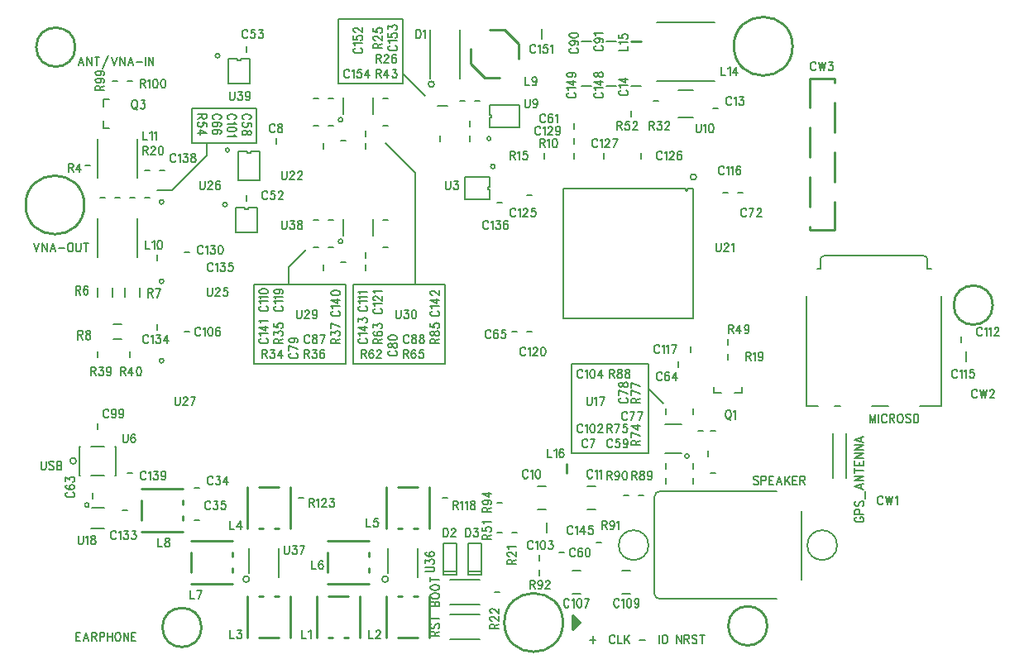
<source format=gto>
*
*
G04 PADS 9.5 Build Number: 522968 generated Gerber (RS-274-X) file*
G04 PC Version=2.1*
*
%IN "PSDR.pcb"*%
*
%MOIN*%
*
%FSLAX35Y35*%
*
*
*
*
G04 PC Standard Apertures*
*
*
G04 Thermal Relief Aperture macro.*
%AMTER*
1,1,$1,0,0*
1,0,$1-$2,0,0*
21,0,$3,$4,0,0,45*
21,0,$3,$4,0,0,135*
%
*
*
G04 Annular Aperture macro.*
%AMANN*
1,1,$1,0,0*
1,0,$2,0,0*
%
*
*
G04 Odd Aperture macro.*
%AMODD*
1,1,$1,0,0*
1,0,$1-0.005,0,0*
%
*
*
G04 PC Custom Aperture Macros*
*
*
*
*
*
*
G04 PC Aperture Table*
*
%ADD010C,0.001*%
%ADD011C,0.008*%
%ADD012C,0.00787*%
%ADD082C,0.006*%
%ADD146C,0.01*%
%ADD147C,0.00787*%
*
*
*
*
G04 PC Circuitry*
G04 Layer Name PSDR.pcb - circuitry*
%LPD*%
*
*
G04 PC Custom Flashes*
G04 Layer Name PSDR.pcb - flashes*
%LPD*%
*
*
G04 PC Circuitry*
G04 Layer Name PSDR.pcb - circuitry*
%LPD*%
*
G54D10*
G54D11*
G01X268323Y143709D02*
Y130913D01*
X273677*
Y143709*
X268323*
X273534Y132291D02*
X268335D01*
X324031Y346000D02*
X327969D01*
X263094Y331157D02*
Y350843D01*
X274906D02*
Y331157D01*
X264669Y328795D02*
G75*
G03X264669I-1181J0D01*
G01X308000Y350969D02*
Y347031D01*
X269969Y320000D02*
X266031D01*
X129126Y259126D02*
Y274874D01*
X144874Y259126D02*
Y274874D01*
X425244Y169945D02*
Y188055D01*
X430756Y169945D02*
Y188055D01*
X144874Y306874D02*
Y291126D01*
X129126Y306874D02*
Y291126D01*
X479000Y220969D02*
Y217031D01*
X334031Y346000D02*
X337969D01*
X388800Y206600D02*
Y204400D01*
X385800*
X380200D02*
X377200D01*
Y206600*
X310000Y151969D02*
Y148031D01*
X347969Y328000D02*
X344031D01*
X337969D02*
X334031D01*
X327969D02*
X324031D01*
X133600Y311200D02*
X131400D01*
Y314200*
Y319800D02*
Y322800D01*
X133600*
X351000Y143000D02*
G03X351000I-6000J0D01*
G01X427000D02*
G03X427000I-6000J0D01*
G01X278323Y143709D02*
Y130913D01*
X283677*
Y143709*
X278323*
X283534Y132291D02*
X278335D01*
X192000Y248000D02*
X229000D01*
Y216000*
X192000*
Y248000*
X232000Y216000D02*
X269000D01*
Y248000*
X232000*
Y216000*
X206000Y248000D02*
Y255000D01*
X213000Y262000*
X257000Y248000D02*
Y293000D01*
X245000Y305000*
X226000Y329000D02*
X252000D01*
Y355000*
X226000*
Y329000*
X252000Y333000D02*
X261000Y324000D01*
X167000Y319000D02*
X193000D01*
Y305000*
X167000*
Y319000*
X173000Y305000D02*
Y300000D01*
X159000Y286000*
X153000*
X320000Y216000D02*
X351000D01*
Y180000*
X320000*
Y216000*
X351000Y206000D02*
X357000Y200000D01*
G54D12*
X363047Y315449D02*
X368953D01*
X363047Y326551D02*
X368953D01*
X355100Y322000D02*
X352900D01*
X321000Y301100D02*
Y298900D01*
X469000Y243488D02*
Y199000D01*
X460339*
X419394D02*
X414669D01*
Y243488*
X465063Y254512D02*
X463488D01*
Y257858*
G03X461520Y259827I-1968J0*
G01X422150*
G03X420181Y257858I-0J-1969*
G01Y254512*
X419000*
X447740Y199000D02*
X441047D01*
X428449D02*
X426087D01*
X376900Y319000D02*
X379100D01*
X127000Y164100D02*
Y161900D01*
X306228Y166724D02*
X309772D01*
X306228Y157276D02*
X309772D01*
X271094Y128921D02*
X282906D01*
X271094Y119079D02*
X282906D01*
X271094Y114921D02*
X282906D01*
X271094Y105079D02*
X282906D01*
X309000Y298900D02*
Y301100D01*
X201000Y304900D02*
Y307100D01*
X129047Y243228D02*
Y246772D01*
X134953Y243228D02*
Y246772D01*
X220000Y305100D02*
Y302900D01*
X167900Y166000D02*
X170100D01*
X167900Y153000D02*
X170100D01*
X123900Y296000D02*
X126100D01*
X274900Y322000D02*
X277100D01*
X279000Y311900D02*
Y314100D01*
X383000Y217900D02*
Y220100D01*
X279000Y308100D02*
Y305900D01*
X283100Y322000D02*
X280900D01*
X267000Y305900D02*
Y308100D01*
X147900Y294000D02*
X150100D01*
X383000Y223900D02*
Y226100D01*
X298100Y148000D02*
X295900D01*
X291100Y124000D02*
X288900D01*
X375900Y172000D02*
X378100D01*
X220000Y256100D02*
Y253900D01*
X329772Y157276D02*
X326228D01*
X329772Y166724D02*
X326228D01*
X224100Y263000D02*
X221900D01*
X237000Y256100D02*
Y253900D01*
X246100Y263000D02*
X243900D01*
X224100Y312000D02*
X221900D01*
X237000Y305100D02*
Y302900D01*
X477000Y227100D02*
Y224900D01*
X246100Y312000D02*
X243900D01*
X132100Y283000D02*
X129900D01*
X354189Y353811D02*
X377811D01*
Y330189D02*
X354189D01*
X289900Y148000D02*
X292100D01*
X344000Y315900D02*
Y318100D01*
X369000Y176100D02*
Y173900D01*
X140047Y243228D02*
Y246772D01*
X145953Y243228D02*
Y246772D01*
X375900Y189000D02*
X378100D01*
X138772Y226047D02*
X135228D01*
X138772Y231953D02*
X135228D01*
X129000Y192100D02*
Y189900D01*
X369000Y198100D02*
Y195900D01*
X226900Y257000D02*
X229100D01*
X375000Y181100D02*
Y178900D01*
X120402Y177000D02*
G03X120402I-1245J0D01*
G01X121913Y171193D02*
X121598D01*
Y182807*
X121913*
X136087Y171193D02*
X136402D01*
Y182807*
X136087*
X131756Y171193D02*
X126244D01*
Y182807D02*
X131756D01*
X129000Y221100D02*
Y218900D01*
X142000Y221100D02*
Y218900D01*
X349100Y163000D02*
X346900D01*
X340900D02*
X343100D01*
X358000Y170100D02*
Y167900D01*
X332100Y144000D02*
X329900D01*
X150100Y283000D02*
X147900D01*
X166100Y229000D02*
X163900D01*
X307000Y133100D02*
Y130900D01*
X373100Y189000D02*
X370900D01*
X226900Y306000D02*
X229100D01*
X358000Y176100D02*
Y173900D01*
X307000Y139100D02*
Y136900D01*
X358000Y198100D02*
Y195900D01*
X383100Y285000D02*
X380900D01*
X323772Y123276D02*
X320228D01*
X323772Y132724D02*
X320228D01*
X343772Y123276D02*
X340228D01*
X343772Y132724D02*
X340228D01*
X317100Y140000D02*
X314900D01*
X321000Y313100D02*
Y310900D01*
X363000Y217100D02*
Y214900D01*
X298100Y229000D02*
X295900D01*
X138100Y283000D02*
X135900D01*
X153000Y229900D02*
Y232100D01*
Y257900D02*
Y260100D01*
X166100Y261000D02*
X163900D01*
X153900Y294000D02*
X156100D01*
X140900Y172000D02*
X143100D01*
X144100Y283000D02*
X141900D01*
X368000Y220900D02*
Y223100D01*
X389100Y285000D02*
X386900D01*
X304100Y229000D02*
X301900D01*
X237000Y258900D02*
Y261100D01*
Y307900D02*
Y310100D01*
X301900Y284000D02*
X304100D01*
X348000Y301100D02*
Y298900D01*
X333000D02*
Y301100D01*
X321000Y307100D02*
Y304900D01*
X138900Y157000D02*
X141100D01*
X218100Y274000D02*
X215900D01*
X218100Y323000D02*
X215900D01*
X224100Y274000D02*
X221900D01*
X224100Y323000D02*
X221900D01*
X289900Y281000D02*
X292100D01*
X246100Y274000D02*
X243900D01*
X218100Y263000D02*
X215900D01*
X246100Y323000D02*
X243900D01*
X218100Y312000D02*
X215900D01*
X137100Y330000D02*
X134900D01*
X143100D02*
X140900D01*
X267900Y162000D02*
X270100D01*
X209900D02*
X212100D01*
X189000Y281900D02*
Y284100D01*
Y341900D02*
Y344100D01*
X357654Y180094D02*
X364346D01*
X357654Y191906D02*
X364346D01*
X367392Y178913D02*
G03X367392I-880J0D01*
G01X228094Y274346D02*
Y267654D01*
X239906Y274346D02*
Y267654D01*
X227794Y265488D02*
G03X227794I-881J0D01*
G01X228094Y323346D02*
Y316654D01*
X239906Y323346D02*
Y316654D01*
X227794Y314488D02*
G03X227794I-881J0D01*
G01X286921Y291429D02*
Y287554D01*
X286306*
Y286446*
X286921*
Y282571*
X277079*
Y291429*
X286921*
X289180Y295661D02*
G03X289180I-881J0D01*
G01X184571Y278921D02*
X188446D01*
Y278306*
X189554*
Y278921*
X193429*
Y269079*
X184571*
Y278921*
X181219Y280299D02*
G03X181219I-880J0D01*
G01X181571Y338921D02*
X185446D01*
Y338306*
X186554*
Y338921*
X190429*
Y329079*
X181571*
Y338921*
X178219Y340299D02*
G03X178219I-880J0D01*
G01X246094Y141906D02*
Y131669D01*
X257906Y141906D02*
Y130094D01*
X246158Y129307D02*
G03X246158I-1245J0D01*
G01X190094Y141906D02*
Y131669D01*
X201906Y141906D02*
Y130094D01*
X190158Y129307D02*
G03X190158I-1245J0D01*
G01X131756Y158232D02*
X126638D01*
X131756Y149768D02*
X126244D01*
X125550Y159118D02*
G03X125550I-881J0D01*
G01X185571Y301807D02*
X189446D01*
Y301081*
X190554*
Y301807*
X194429*
Y290193*
X185571*
Y301807*
X182126Y302299D02*
G03X182126I-787J0D01*
G01X155613Y249331D02*
G03X155613I-881J0D01*
G01Y281331D02*
G03X155613I-881J0D01*
G01Y217331D02*
G03X155613I-881J0D01*
G01X287094Y311472D02*
Y315434D01*
X287833*
Y316566*
X287094*
Y320528*
X298906*
Y311472*
X287094*
X369000Y170100D02*
Y167900D01*
X316519Y286881D02*
Y234519D01*
X368881*
Y286881*
X366913*
X366322Y285700*
X365731Y286881*
X316519*
X370259Y291409D02*
G03X370259I-1181J0D01*
G01X289900Y160000D02*
X292100D01*
G54D82*
X412528Y156780D02*
Y129220D01*
X402685Y164654D02*
X355441D01*
G03X353472Y162685I-0J-1969*
G01Y123315*
G03X355441Y121346I1969J-0*
G01X402685*
X370300Y312844D02*
Y310313D01*
X370300D02*
X370436Y309806D01*
X370709Y309469*
X371118Y309300*
X371391*
X371800Y309469*
X372073Y309806*
X372209Y310313*
X372209D02*
Y312844D01*
X373436Y312169D02*
X373709Y312338D01*
X373709D02*
X374118Y312844D01*
Y309300*
X376164Y312844D02*
X375755Y312675D01*
X375482Y312169*
X375345Y311325*
Y310819*
X375482Y309975*
X375755Y309469*
X376164Y309300*
X376436*
X376845Y309469*
X377118Y309975*
X377255Y310819*
Y311325*
X377118Y312169*
X376845Y312675*
X376436Y312844*
X376164*
X268300Y149844D02*
Y146300D01*
Y149844D02*
X269255D01*
X269664Y149675*
X269936Y149338*
X269936D02*
X270073Y149000D01*
X270209Y148494*
Y147650*
X270073Y147144*
X269936Y146806*
X269664Y146469*
X269255Y146300*
X268300*
X271573Y149000D02*
Y149169D01*
X271709Y149506*
X271845Y149675*
X272118Y149844*
X272664*
X272936Y149675*
X273073Y149506*
X273209Y149169*
Y148831*
X273073Y148494*
X272800Y147988*
X272800D02*
X271436Y146300D01*
X273345*
X351300Y313844D02*
Y310300D01*
Y313844D02*
X352527D01*
X352936Y313675*
X353073Y313506*
X353209Y313169*
Y312831*
X353073Y312494*
X352936Y312325*
X352527Y312156*
X351300*
X352255D02*
X353209Y310300D01*
X354709Y313844D02*
X356209D01*
X355391Y312494*
X355800*
X356073Y312325*
X356209Y312156*
X356345Y311650*
Y311313*
X356345D02*
X356209Y310806D01*
X355936Y310469*
X355527Y310300*
X355118*
X354709Y310469*
X354573Y310638*
X354573D02*
X354436Y310975D01*
X357709Y313000D02*
Y313169D01*
X357845Y313506*
X357982Y313675*
X358255Y313844*
X358800*
X359073Y313675*
X359209Y313506*
X359345Y313169*
Y312831*
X359209Y312494*
X358936Y311988*
X358936D02*
X357573Y310300D01*
X359482*
X307300Y306844D02*
Y303300D01*
Y306844D02*
X308527D01*
X308936Y306675*
X309073Y306506*
X309209Y306169*
Y305831*
X309073Y305494*
X308936Y305325*
X308527Y305156*
X307300*
X308255D02*
X309209Y303300D01*
X310436Y306169D02*
X310709Y306338D01*
X310709D02*
X311118Y306844D01*
Y303300*
X313164Y306844D02*
X312755Y306675D01*
X312482Y306169*
X312345Y305325*
Y304819*
X312482Y303975*
X312755Y303469*
X313164Y303300*
X313436*
X313845Y303469*
X314118Y303975*
X314255Y304819*
Y305325*
X314118Y306169*
X313845Y306675*
X313436Y306844*
X313164*
X445345Y162000D02*
X445209Y162338D01*
X445209D02*
X444936Y162675D01*
X444664Y162844*
X444118*
X443845Y162675*
X443573Y162338*
X443573D02*
X443436Y162000D01*
X443300Y161494*
Y160650*
X443436Y160144*
X443573Y159806*
X443845Y159469*
X444118Y159300*
X444664*
X444936Y159469*
X445209Y159806*
X445345Y160144*
X446573Y162844D02*
X447255Y159300D01*
X447936Y162844D02*
X447255Y159300D01*
X447936Y162844D02*
X448618Y159300D01*
X449300Y162844D02*
X448618Y159300D01*
X450527Y162169D02*
X450800Y162338D01*
X450800D02*
X451209Y162844D01*
Y159300*
X483345Y205000D02*
X483209Y205337D01*
X483209D02*
X482936Y205675D01*
X482664Y205844*
X482118*
X481845Y205675*
X481573Y205337*
X481573D02*
X481436Y205000D01*
X481300Y204494*
Y203650*
X481436Y203144*
X481573Y202806*
X481845Y202469*
X482118Y202300*
X482664*
X482936Y202469*
X483209Y202806*
X483345Y203144*
X484573Y205844D02*
X485255Y202300D01*
X485936Y205844D02*
X485255Y202300D01*
X485936Y205844D02*
X486618Y202300D01*
X487300Y205844D02*
X486618Y202300D01*
X488664Y205000D02*
Y205169D01*
X488800Y205506*
X488936Y205675*
X489209Y205844*
X489755*
X490027Y205675*
X490164Y205506*
X490300Y205169*
Y204831*
X490164Y204494*
X489891Y203987*
X489891D02*
X488527Y202300D01*
X490436*
X328527Y106338D02*
Y103300D01*
X327300Y104819D02*
X329755D01*
X337345Y106000D02*
X337209Y106338D01*
X337209D02*
X336936Y106675D01*
X336664Y106844*
X336118*
X335845Y106675*
X335573Y106338*
X335573D02*
X335436Y106000D01*
X335300Y105494*
Y104650*
X335436Y104144*
X335573Y103806*
X335845Y103469*
X336118Y103300*
X336664*
X336936Y103469*
X337209Y103806*
X337345Y104144*
X338573Y106844D02*
Y103300D01*
X340209*
X341436Y106844D02*
Y103300D01*
X343345Y106844D02*
X341436Y104481D01*
X342118Y105325D02*
X343345Y103300D01*
X347300Y104819D02*
X349755D01*
X440300Y195844D02*
Y192300D01*
Y195844D02*
X441391Y192300D01*
X442482Y195844D02*
X441391Y192300D01*
X442482Y195844D02*
Y192300D01*
X443709Y195844D02*
Y192300D01*
X446982Y195000D02*
X446845Y195338D01*
X446845D02*
X446573Y195675D01*
X446300Y195844*
X445755*
X445482Y195675*
X445209Y195338*
X445209D02*
X445073Y195000D01*
X444936Y194494*
Y193650*
X445073Y193144*
X445209Y192806*
X445482Y192469*
X445755Y192300*
X446300*
X446573Y192469*
X446845Y192806*
X446982Y193144*
X448209Y195844D02*
Y192300D01*
Y195844D02*
X449436D01*
X449845Y195675*
X449982Y195506*
X450118Y195169*
Y194831*
X449982Y194494*
X449845Y194325*
X449436Y194156*
X448209*
X449164D02*
X450118Y192300D01*
X452164Y195844D02*
X451891Y195675D01*
X451618Y195338*
X451618D02*
X451482Y195000D01*
X451345Y194494*
Y193650*
X451482Y193144*
X451618Y192806*
X451891Y192469*
X452164Y192300*
X452709*
X452982Y192469*
X453255Y192806*
X453391Y193144*
X453527Y193650*
Y194494*
X453391Y195000*
X453255Y195338*
X453255D02*
X452982Y195675D01*
X452709Y195844*
X452164*
X456664Y195338D02*
X456391Y195675D01*
X455982Y195844*
X455436*
X455027Y195675*
X454755Y195338*
X454755D02*
Y195000D01*
X454891Y194663*
X454891D02*
X455027Y194494D01*
X455300Y194325*
X456118Y193988*
X456118D02*
X456391Y193819D01*
X456527Y193650*
X456664Y193313*
X456664D02*
Y192806D01*
X456391Y192469*
X455982Y192300*
X455436*
X455027Y192469*
X454755Y192806*
X457891Y195844D02*
Y192300D01*
Y195844D02*
X458845D01*
X459255Y195675*
X459527Y195338*
X459527D02*
X459664Y195000D01*
X459800Y194494*
Y193650*
X459664Y193144*
X459527Y192806*
X459255Y192469*
X458845Y192300*
X457891*
X384345Y323000D02*
X384209Y323338D01*
X384209D02*
X383936Y323675D01*
X383664Y323844*
X383118*
X382845Y323675*
X382573Y323338*
X382573D02*
X382436Y323000D01*
X382300Y322494*
Y321650*
X382436Y321144*
X382573Y320806*
X382845Y320469*
X383118Y320300*
X383664*
X383936Y320469*
X384209Y320806*
X384345Y321144*
X385573Y323169D02*
X385845Y323338D01*
X385845D02*
X386255Y323844D01*
Y320300*
X387755Y323844D02*
X389255D01*
X388436Y322494*
X388845*
X389118Y322325*
X389255Y322156*
X389391Y321650*
Y321313*
X389391D02*
X389255Y320806D01*
X388982Y320469*
X388573Y320300*
X388164*
X387755Y320469*
X387618Y320638*
X387618D02*
X387482Y320975D01*
X320000Y343345D02*
X319663Y343209D01*
X319663D02*
X319325Y342936D01*
X319156Y342664*
Y342118*
X319325Y341845*
X319663Y341573*
X319663D02*
X320000Y341436D01*
X320506Y341300*
X321350*
X321856Y341436*
X322194Y341573*
X322531Y341845*
X322700Y342118*
Y342664*
X322531Y342936*
X322194Y343209*
X321856Y343345*
X320338Y346345D02*
X320844Y346209D01*
X321181Y345936*
X321350Y345527*
Y345391*
X321181Y344982*
X320844Y344709*
X320338Y344573*
X320338D02*
X320169D01*
X319663Y344709*
X319663D02*
X319325Y344982D01*
X319156Y345391*
Y345527*
X319325Y345936*
X319663Y346209*
X319663D02*
X320338Y346345D01*
X320338D02*
X321181D01*
X322025Y346209*
X322531Y345936*
X322700Y345527*
Y345255*
X322531Y344845*
X322194Y344709*
X319156Y348391D02*
X319325Y347982D01*
X319831Y347709*
X320675Y347573*
X321181*
X322025Y347709*
X322531Y347982*
X322700Y348391*
Y348664*
X322531Y349073*
X322025Y349345*
X321181Y349482*
X320675*
X319831Y349345*
X319325Y349073*
X319156Y348664*
Y348391*
X117000Y164345D02*
X116662Y164209D01*
X116662D02*
X116325Y163936D01*
X116156Y163664*
Y163118*
X116325Y162845*
X116662Y162573*
X116662D02*
X117000Y162436D01*
X117506Y162300*
X118350*
X118856Y162436*
X119194Y162573*
X119531Y162845*
X119700Y163118*
Y163664*
X119531Y163936*
X119194Y164209*
X118856Y164345*
X116662Y167209D02*
X116325Y167073D01*
X116156Y166664*
Y166391*
X116325Y165982*
X116831Y165709*
X117675Y165573*
X118519*
X119194Y165709*
X119531Y165982*
X119700Y166391*
Y166527*
X119531Y166936*
X119194Y167209*
X118687Y167345*
X118687D02*
X118519D01*
X118012Y167209*
X118012D02*
X117675Y166936D01*
X117506Y166527*
Y166391*
X117675Y165982*
X118012Y165709*
X118012D02*
X118519Y165573D01*
X116156Y168845D02*
Y170345D01*
X117506Y169527*
Y169936*
X117675Y170209*
X117844Y170345*
X118350Y170482*
X118687*
X118687D02*
X119194Y170345D01*
X119531Y170073*
X119700Y169664*
Y169255*
X119531Y168845*
X119362Y168709*
X119362D02*
X119025Y168573D01*
X302345Y172591D02*
X302209Y172928D01*
X301936Y173266*
X301664Y173434*
X301118*
X300845Y173266*
X300573Y172928*
X300436Y172591*
X300300Y172084*
Y171241*
X300436Y170734*
X300573Y170397*
X300845Y170059*
X301118Y169891*
X301664*
X301936Y170059*
X302209Y170397*
X302345Y170734*
X303573Y172759D02*
X303845Y172928D01*
X304255Y173434*
Y169891*
X306300Y173434D02*
X305891Y173266D01*
X305618Y172759*
X305482Y171916*
Y171409*
X305618Y170566*
X305891Y170059*
X306300Y169891*
X306573*
X306982Y170059*
X307255Y170566*
X307391Y171409*
Y171916*
X307255Y172759*
X306982Y173266*
X306573Y173434*
X306300*
X263156Y118300D02*
X266700D01*
X263156D02*
Y119527D01*
X263325Y119936*
X263494Y120073*
X263831Y120209*
X264169*
X264506Y120073*
X264675Y119936*
X264844Y119527*
Y118300D02*
Y119527D01*
X265012Y119936*
X265012D02*
X265181Y120073D01*
X265519Y120209*
X266025*
X266362Y120073*
X266362D02*
X266531Y119936D01*
X266700Y119527*
Y118300*
X263156Y122255D02*
X263325Y121982D01*
X263662Y121709*
X263662D02*
X264000Y121573D01*
X264506Y121436*
X265350*
X265856Y121573*
X266194Y121709*
X266531Y121982*
X266700Y122255*
Y122800*
X266531Y123073*
X266194Y123345*
X265856Y123482*
X265350Y123618*
X264506*
X264000Y123482*
X263662Y123345*
X263662D02*
X263325Y123073D01*
X263156Y122800*
Y122255*
Y125664D02*
X263325Y125391D01*
X263662Y125118*
X263662D02*
X264000Y124982D01*
X264506Y124845*
X265350*
X265856Y124982*
X266194Y125118*
X266531Y125391*
X266700Y125664*
Y126209*
X266531Y126482*
X266194Y126755*
X265856Y126891*
X265350Y127027*
X264506*
X264000Y126891*
X263662Y126755*
X263662D02*
X263325Y126482D01*
X263156Y126209*
Y125664*
Y129209D02*
X266700D01*
X263156Y128255D02*
Y130164D01*
Y106300D02*
X266700D01*
X263156D02*
Y107527D01*
X263325Y107936*
X263494Y108073*
X263831Y108209*
X264169*
X264506Y108073*
X264675Y107936*
X264844Y107527*
Y106300*
Y107255D02*
X266700Y108209D01*
X263662Y111345D02*
X263325Y111073D01*
X263156Y110664*
Y110118*
X263325Y109709*
X263662Y109436*
X263662D02*
X264000D01*
X264337Y109573*
X264337D02*
X264506Y109709D01*
X264675Y109982*
X265012Y110800*
X265012D02*
X265181Y111073D01*
X265350Y111209*
X265687Y111345*
X265687D02*
X266194D01*
X266531Y111073*
X266700Y110664*
Y110118*
X266531Y109709*
X266194Y109436*
X263156Y113527D02*
X266700D01*
X263156Y112573D02*
Y114482D01*
X257300Y350844D02*
Y347300D01*
Y350844D02*
X258255D01*
X258664Y350675*
X258936Y350337*
X258936D02*
X259073Y350000D01*
X259209Y349494*
Y348650*
X259073Y348144*
X258936Y347806*
X258664Y347469*
X258255Y347300*
X257300*
X260436Y350169D02*
X260709Y350337D01*
X260709D02*
X261118Y350844D01*
Y347300*
X301300Y331844D02*
Y328300D01*
X302936*
X305936Y330663D02*
X305800Y330156D01*
X305527Y329819*
X305118Y329650*
X304982*
X304573Y329819*
X304300Y330156*
X304164Y330663*
X304164D02*
Y330831D01*
X304300Y331338*
X304300D02*
X304573Y331675D01*
X304982Y331844*
X305118*
X305527Y331675*
X305800Y331338*
X305800D02*
X305936Y330663D01*
X305936D02*
Y329819D01*
X305800Y328975*
X305527Y328469*
X305118Y328300*
X304845*
X304436Y328469*
X304300Y328806*
X305345Y344000D02*
X305209Y344338D01*
X305209D02*
X304936Y344675D01*
X304664Y344844*
X304118*
X303845Y344675*
X303573Y344338*
X303573D02*
X303436Y344000D01*
X303300Y343494*
Y342650*
X303436Y342144*
X303573Y341806*
X303845Y341469*
X304118Y341300*
X304664*
X304936Y341469*
X305209Y341806*
X305345Y342144*
X306573Y344169D02*
X306845Y344338D01*
X306845D02*
X307255Y344844D01*
Y341300*
X310255Y344844D02*
X308891D01*
X308755Y343325*
X308891Y343494*
X309300Y343663*
X309300D02*
X309709D01*
X309709D02*
X310118Y343494D01*
X310391Y343156*
X310527Y342650*
X310391Y342313*
X310391D02*
X310255Y341806D01*
X309982Y341469*
X309573Y341300*
X309164*
X308755Y341469*
X308618Y341638*
X308618D02*
X308482Y341975D01*
X311755Y344169D02*
X312027Y344338D01*
X312027D02*
X312436Y344844D01*
Y341300*
X233000Y343345D02*
X232662Y343209D01*
X232662D02*
X232325Y342936D01*
X232156Y342664*
Y342118*
X232325Y341845*
X232662Y341573*
X232662D02*
X233000Y341436D01*
X233506Y341300*
X234350*
X234856Y341436*
X235194Y341573*
X235531Y341845*
X235700Y342118*
Y342664*
X235531Y342936*
X235194Y343209*
X234856Y343345*
X232831Y344573D02*
X232662Y344845D01*
X232662D02*
X232156Y345255D01*
X235700*
X232156Y348255D02*
Y346891D01*
X233675Y346755*
X233506Y346891*
X233337Y347300*
X233337D02*
Y347709D01*
X233337D02*
X233506Y348118D01*
X233844Y348391*
X234350Y348527*
X234687Y348391*
X234687D02*
X235194Y348255D01*
X235531Y347982*
X235700Y347573*
Y347164*
X235531Y346755*
X235362Y346618*
X235362D02*
X235025Y346482D01*
X233000Y349891D02*
X232831D01*
X232494Y350027*
X232325Y350164*
X232156Y350436*
Y350982*
X232325Y351255*
X232494Y351391*
X232831Y351527*
X233169*
X233506Y351391*
X234012Y351118*
X234012D02*
X235700Y349755D01*
Y351664*
X295300Y301844D02*
Y298300D01*
Y301844D02*
X296527D01*
X296936Y301675*
X297073Y301506*
X297209Y301169*
Y300831*
X297073Y300494*
X296936Y300325*
X296527Y300156*
X295300*
X296255D02*
X297209Y298300D01*
X298436Y301169D02*
X298709Y301338D01*
X298709D02*
X299118Y301844D01*
Y298300*
X302118Y301844D02*
X300755D01*
X300618Y300325*
X300755Y300494*
X301164Y300663*
X301164D02*
X301573D01*
X301573D02*
X301982Y300494D01*
X302255Y300156*
X302391Y299650*
X302255Y299313*
X302255D02*
X302118Y298806D01*
X301845Y298469*
X301436Y298300*
X301027*
X300618Y298469*
X300482Y298638*
X300482D02*
X300345Y298975D01*
X339156Y342300D02*
X342700D01*
Y343936*
X339831Y345164D02*
X339662Y345436D01*
X339662D02*
X339156Y345845D01*
X342700*
X339156Y348845D02*
Y347482D01*
X340675Y347345*
X340506Y347482*
X340337Y347891*
X340337D02*
Y348300D01*
X340337D02*
X340506Y348709D01*
X340844Y348982*
X341350Y349118*
X341687Y348982*
X341687D02*
X342194Y348845D01*
X342531Y348573*
X342700Y348164*
Y347755*
X342531Y347345*
X342362Y347209*
X342362D02*
X342025Y347073D01*
X200345Y312000D02*
X200209Y312337D01*
X200209D02*
X199936Y312675D01*
X199664Y312844*
X199118*
X198845Y312675*
X198573Y312337*
X198573D02*
X198436Y312000D01*
X198300Y311494*
Y310650*
X198436Y310144*
X198573Y309806*
X198845Y309469*
X199118Y309300*
X199664*
X199936Y309469*
X200209Y309806*
X200345Y310144*
X202255Y312844D02*
X201845Y312675D01*
X201709Y312337*
X201709D02*
Y312000D01*
X201845Y311662*
X201845D02*
X202118Y311494D01*
X202664Y311325*
X203073Y311156*
X203345Y310819*
X203482Y310481*
Y309975*
X203345Y309637*
X203345D02*
X203209Y309469D01*
X202800Y309300*
X202255*
X201845Y309469*
X201709Y309637*
X201709D02*
X201573Y309975D01*
Y310481*
X201709Y310819*
X201982Y311156*
X202391Y311325*
X202936Y311494*
X203209Y311662*
X203209D02*
X203345Y312000D01*
Y312337*
X203345D02*
X203209Y312675D01*
X202800Y312844*
X202255*
X103300Y264844D02*
X104391Y261300D01*
X105482Y264844D02*
X104391Y261300D01*
X106709Y264844D02*
Y261300D01*
Y264844D02*
X108618Y261300D01*
Y264844D02*
Y261300D01*
X110936Y264844D02*
X109845Y261300D01*
X110936Y264844D02*
X112027Y261300D01*
X110255Y262481D02*
X111618D01*
X113255Y262819D02*
X115709D01*
X117755Y264844D02*
X117482Y264675D01*
X117209Y264338*
X117209D02*
X117073Y264000D01*
X116936Y263494*
Y262650*
X117073Y262144*
X117209Y261806*
X117482Y261469*
X117755Y261300*
X118300*
X118573Y261469*
X118845Y261806*
X118982Y262144*
X119118Y262650*
Y263494*
X118982Y264000*
X118845Y264338*
X118845D02*
X118573Y264675D01*
X118300Y264844*
X117755*
X120345D02*
Y262313D01*
X120345D02*
X120482Y261806D01*
X120755Y261469*
X121164Y261300*
X121436*
X121845Y261469*
X122118Y261806*
X122255Y262313*
X122255D02*
Y264844D01*
X124436D02*
Y261300D01*
X123482Y264844D02*
X125391D01*
X120245Y247434D02*
Y243891D01*
Y247434D02*
X121473D01*
X121882Y247266*
X122018Y247097*
X122155Y246759*
Y246422*
X122018Y246084*
X121882Y245916*
X121473Y245747*
X120245*
X121200D02*
X122155Y243891D01*
X125018Y246928D02*
X124882Y247266D01*
X124473Y247434*
X124200*
X123791Y247266*
X123518Y246759*
X123382Y245916*
Y245072*
X123518Y244397*
X123791Y244059*
X124200Y243891*
X124336*
X124745Y244059*
X125018Y244397*
X125155Y244903*
Y245072*
X125018Y245578*
X124745Y245916*
X124336Y246084*
X124200*
X123791Y245916*
X123518Y245578*
X123382Y245072*
X211300Y108844D02*
Y105300D01*
X212936*
X214164Y108169D02*
X214436Y108338D01*
X214436D02*
X214845Y108844D01*
Y105300*
X238300Y108844D02*
Y105300D01*
X239936*
X241300Y108000D02*
Y108169D01*
X241436Y108506*
X241573Y108675*
X241845Y108844*
X242391*
X242664Y108675*
X242800Y108506*
X242936Y108169*
Y107831*
X242800Y107494*
X242527Y106988*
X242527D02*
X241164Y105300D01*
X243073*
X182300Y108844D02*
Y105300D01*
X183936*
X185436Y108844D02*
X186936D01*
X186118Y107494*
X186527*
X186800Y107325*
X186936Y107156*
X187073Y106650*
Y106313*
X187073D02*
X186936Y105806D01*
X186664Y105469*
X186255Y105300*
X185845*
X185436Y105469*
X185300Y105638*
X185300D02*
X185164Y105975D01*
X182300Y152844D02*
Y149300D01*
X183936*
X186527Y152844D02*
X185164Y150481D01*
X187209*
X186527Y152844D02*
Y149300D01*
X237300Y153844D02*
Y150300D01*
X238936*
X241936Y153844D02*
X240573D01*
X240436Y152325*
X240573Y152494*
X240982Y152663*
X240982D02*
X241391D01*
X241391D02*
X241800Y152494D01*
X242073Y152156*
X242209Y151650*
X242073Y151313*
X242073D02*
X241936Y150806D01*
X241664Y150469*
X241255Y150300*
X240845*
X240436Y150469*
X240300Y150638*
X240300D02*
X240164Y150975D01*
X153300Y145844D02*
Y142300D01*
X154936*
X156845Y145844D02*
X156436Y145675D01*
X156300Y145338*
X156300D02*
Y145000D01*
X156436Y144663*
X156436D02*
X156709Y144494D01*
X157255Y144325*
X157664Y144156*
X157936Y143819*
X158073Y143481*
Y142975*
X157936Y142638*
X157936D02*
X157800Y142469D01*
X157391Y142300*
X156845*
X156436Y142469*
X156300Y142638*
X156300D02*
X156164Y142975D01*
Y143481*
X156300Y143819*
X156573Y144156*
X156982Y144325*
X157527Y144494*
X157800Y144663*
X157800D02*
X157936Y145000D01*
Y145338*
X157936D02*
X157800Y145675D01*
X157391Y145844*
X156845*
X122391Y339844D02*
X121300Y336300D01*
X122391Y339844D02*
X123482Y336300D01*
X121709Y337481D02*
X123073D01*
X124709Y339844D02*
Y336300D01*
Y339844D02*
X126618Y336300D01*
Y339844D02*
Y336300D01*
X128800Y339844D02*
Y336300D01*
X127845Y339844D02*
X129755D01*
X133436Y340519D02*
X130982Y335119D01*
X134664Y339844D02*
X135755Y336300D01*
X136845Y339844D02*
X135755Y336300D01*
X138073Y339844D02*
Y336300D01*
Y339844D02*
X139982Y336300D01*
Y339844D02*
Y336300D01*
X142300Y339844D02*
X141209Y336300D01*
X142300Y339844D02*
X143391Y336300D01*
X141618Y337481D02*
X142982D01*
X144618Y337819D02*
X147073D01*
X148300Y339844D02*
Y336300D01*
X149527Y339844D02*
Y336300D01*
Y339844D02*
X151436Y336300D01*
Y339844D02*
Y336300D01*
X215300Y136844D02*
Y133300D01*
X216936*
X219800Y136338D02*
X219664Y136675D01*
X219255Y136844*
X218982*
X218573Y136675*
X218300Y136169*
X218164Y135325*
Y134481*
X218300Y133806*
X218573Y133469*
X218982Y133300*
X219118*
X219527Y133469*
X219800Y133806*
X219936Y134313*
X219936D02*
Y134481D01*
X219800Y134988*
X219800D02*
X219527Y135325D01*
X219118Y135494*
X218982*
X218573Y135325*
X218300Y134988*
X218300D02*
X218164Y134481D01*
X166300Y124844D02*
Y121300D01*
X167936*
X171073Y124844D02*
X169709Y121300D01*
X169164Y124844D02*
X171073D01*
X235300Y221844D02*
Y218300D01*
Y221844D02*
X236527D01*
X236936Y221675*
X237073Y221506*
X237209Y221169*
Y220831*
X237073Y220494*
X236936Y220325*
X236527Y220156*
X235300*
X236255D02*
X237209Y218300D01*
X240073Y221338D02*
X239936Y221675D01*
X239527Y221844*
X239255*
X238845Y221675*
X238573Y221169*
X238436Y220325*
Y219481*
X238573Y218806*
X238845Y218469*
X239255Y218300*
X239391*
X239800Y218469*
X240073Y218806*
X240209Y219313*
X240209D02*
Y219481D01*
X240073Y219988*
X240073D02*
X239800Y220325D01*
X239391Y220494*
X239255*
X238845Y220325*
X238573Y219988*
X238573D02*
X238436Y219481D01*
X241573Y221000D02*
Y221169D01*
X241709Y221506*
X241845Y221675*
X242118Y221844*
X242664*
X242936Y221675*
X243073Y221506*
X243209Y221169*
Y220831*
X243073Y220494*
X242800Y219988*
X242800D02*
X241436Y218300D01*
X243345*
X175345Y170000D02*
X175209Y170338D01*
X175209D02*
X174936Y170675D01*
X174664Y170844*
X174118*
X173845Y170675*
X173573Y170338*
X173573D02*
X173436Y170000D01*
X173300Y169494*
Y168650*
X173436Y168144*
X173573Y167806*
X173845Y167469*
X174118Y167300*
X174664*
X174936Y167469*
X175209Y167806*
X175345Y168144*
X176845Y170844D02*
X178345D01*
X177527Y169494*
X177936*
X178209Y169325*
X178345Y169156*
X178482Y168650*
Y168313*
X178482D02*
X178345Y167806D01*
X178073Y167469*
X177664Y167300*
X177255*
X176845Y167469*
X176709Y167638*
X176709D02*
X176573Y167975D01*
X181073Y170844D02*
X179709Y168481D01*
X181755*
X181073Y170844D02*
Y167300D01*
X174345Y160000D02*
X174209Y160338D01*
X174209D02*
X173936Y160675D01*
X173664Y160844*
X173118*
X172845Y160675*
X172573Y160338*
X172573D02*
X172436Y160000D01*
X172300Y159494*
Y158650*
X172436Y158144*
X172573Y157806*
X172845Y157469*
X173118Y157300*
X173664*
X173936Y157469*
X174209Y157806*
X174345Y158144*
X175845Y160844D02*
X177345D01*
X176527Y159494*
X176936*
X177209Y159325*
X177345Y159156*
X177482Y158650*
Y158313*
X177482D02*
X177345Y157806D01*
X177073Y157469*
X176664Y157300*
X176255*
X175845Y157469*
X175709Y157638*
X175709D02*
X175573Y157975D01*
X180482Y160844D02*
X179118D01*
X178982Y159325*
X179118Y159494*
X179527Y159663*
X179527D02*
X179936D01*
X179936D02*
X180345Y159494D01*
X180618Y159156*
X180755Y158650*
X180618Y158313*
X180618D02*
X180482Y157806D01*
X180209Y157469*
X179800Y157300*
X179391*
X178982Y157469*
X178845Y157638*
X178845D02*
X178709Y157975D01*
X117300Y296844D02*
Y293300D01*
Y296844D02*
X118527D01*
X118936Y296675*
X119073Y296506*
X119209Y296169*
Y295831*
X119073Y295494*
X118936Y295325*
X118527Y295156*
X117300*
X118255D02*
X119209Y293300D01*
X121800Y296844D02*
X120436Y294481D01*
X122482*
X121800Y296844D02*
Y293300D01*
X148300Y265844D02*
Y262300D01*
X149936*
X151164Y265169D02*
X151436Y265338D01*
X151845Y265844*
Y262300*
X153891Y265844D02*
X153482Y265675D01*
X153209Y265169*
X153073Y264325*
Y263819*
X153209Y262975*
X153482Y262469*
X153891Y262300*
X154164*
X154573Y262469*
X154845Y262975*
X154982Y263819*
Y264325*
X154845Y265169*
X154573Y265675*
X154164Y265844*
X153891*
X240156Y343300D02*
X243700D01*
X240156D02*
Y344527D01*
X240325Y344936*
X240494Y345073*
X240831Y345209*
X241169*
X241506Y345073*
X241675Y344936*
X241844Y344527*
Y343300*
Y344255D02*
X243700Y345209D01*
X241000Y346573D02*
X240831D01*
X240494Y346709*
X240325Y346845*
X240156Y347118*
Y347664*
X240325Y347936*
X240494Y348073*
X240831Y348209*
X241169*
X241506Y348073*
X242012Y347800*
X242012D02*
X243700Y346436D01*
Y348345*
X240156Y351345D02*
Y349982D01*
X241675Y349845*
X241506Y349982*
X241337Y350391*
X241337D02*
Y350800D01*
X241337D02*
X241506Y351209D01*
X241844Y351482*
X242350Y351618*
X242687Y351482*
X242687D02*
X243194Y351345D01*
X243531Y351073*
X243700Y350664*
Y350255*
X243531Y349845*
X243362Y349709*
X243362D02*
X243025Y349573D01*
X241300Y340844D02*
Y337300D01*
Y340844D02*
X242527D01*
X242936Y340675*
X243073Y340506*
X243209Y340169*
Y339831*
X243073Y339494*
X242936Y339325*
X242527Y339156*
X241300*
X242255D02*
X243209Y337300D01*
X244573Y340000D02*
Y340169D01*
X244709Y340506*
X244845Y340675*
X245118Y340844*
X245664*
X245936Y340675*
X246073Y340506*
X246209Y340169*
Y339831*
X246073Y339494*
X245800Y338987*
X244436Y337300*
X246345*
X249209Y340337D02*
X249073Y340675D01*
X248664Y340844*
X248391*
X247982Y340675*
X247709Y340169*
X247573Y339325*
Y338481*
X247709Y337806*
X247982Y337469*
X248391Y337300*
X248527*
X248936Y337469*
X249209Y337806*
X249345Y338312*
Y338481*
X249209Y338987*
X248936Y339325*
X248527Y339494*
X248391*
X247982Y339325*
X247709Y338987*
X247573Y338481*
X390300Y220844D02*
Y217300D01*
Y220844D02*
X391527D01*
X391936Y220675*
X392073Y220506*
X392209Y220169*
Y219831*
X392073Y219494*
X391936Y219325*
X391527Y219156*
X390300*
X391255D02*
X392209Y217300D01*
X393436Y220169D02*
X393709Y220338D01*
X394118Y220844*
Y217300*
X397118Y219663D02*
X396982Y219156D01*
X396709Y218819*
X396300Y218650*
X396164*
X395755Y218819*
X395482Y219156*
X395345Y219663*
Y219831*
X395482Y220338*
X395755Y220675*
X396164Y220844*
X396300*
X396709Y220675*
X396982Y220338*
X397118Y219663*
Y218819*
X396982Y217975*
X396709Y217469*
X396300Y217300*
X396027*
X395618Y217469*
X395482Y217806*
X241300Y334844D02*
Y331300D01*
Y334844D02*
X242527D01*
X242936Y334675*
X243073Y334506*
X243209Y334169*
Y333831*
X243073Y333494*
X242936Y333325*
X242527Y333156*
X241300*
X242255D02*
X243209Y331300D01*
X245800Y334844D02*
X244436Y332481D01*
X246482*
X245800Y334844D02*
Y331300D01*
X247982Y334844D02*
X249482D01*
X248664Y333494*
X249073*
X249345Y333325*
X249482Y333156*
X249618Y332650*
Y332312*
X249618D02*
X249482Y331806D01*
X249209Y331469*
X248800Y331300*
X248391*
X247982Y331469*
X247845Y331637*
X247845D02*
X247709Y331975D01*
X247000Y344345D02*
X246662Y344209D01*
X246662D02*
X246325Y343936D01*
X246156Y343664*
Y343118*
X246325Y342845*
X246662Y342573*
X246662D02*
X247000Y342436D01*
X247506Y342300*
X248350*
X248856Y342436*
X249194Y342573*
X249531Y342845*
X249700Y343118*
Y343664*
X249531Y343936*
X249194Y344209*
X248856Y344345*
X246831Y345573D02*
X246662Y345845D01*
X246662D02*
X246156Y346255D01*
X249700*
X246156Y349255D02*
Y347891D01*
X247675Y347755*
X247506Y347891*
X247337Y348300*
X247337D02*
Y348709D01*
X247337D02*
X247506Y349118D01*
X247844Y349391*
X248350Y349527*
X248687Y349391*
X248687D02*
X249194Y349255D01*
X249531Y348982*
X249700Y348573*
Y348164*
X249531Y347755*
X249362Y347618*
X249362D02*
X249025Y347482D01*
X246156Y351027D02*
Y352527D01*
X247506Y351709*
Y352118*
X247675Y352391*
X247844Y352527*
X248350Y352664*
X248687*
X248687D02*
X249194Y352527D01*
X249531Y352255*
X249700Y351845*
Y351436*
X249531Y351027*
X249362Y350891*
X249362D02*
X249025Y350755D01*
X230345Y334000D02*
X230209Y334337D01*
X229936Y334675*
X229664Y334844*
X229118*
X228845Y334675*
X228573Y334337*
X228436Y334000*
X228300Y333494*
Y332650*
X228436Y332144*
X228573Y331806*
X228845Y331469*
X229118Y331300*
X229664*
X229936Y331469*
X230209Y331806*
X230345Y332144*
X231573Y334169D02*
X231845Y334337D01*
X232255Y334844*
Y331300*
X235255Y334844D02*
X233891D01*
X233755Y333325*
X233891Y333494*
X234300Y333662*
X234709*
X235118Y333494*
X235391Y333156*
X235527Y332650*
X235391Y332312*
X235255Y331806*
X234982Y331469*
X234573Y331300*
X234164*
X233755Y331469*
X233618Y331637*
X233482Y331975*
X238118Y334844D02*
X236755Y332481D01*
X238800*
X238118Y334844D02*
Y331300D01*
X435000Y154345D02*
X434662Y154209D01*
X434662D02*
X434325Y153936D01*
X434156Y153664*
Y153118*
X434325Y152845*
X434662Y152573*
X434662D02*
X435000Y152436D01*
X435506Y152300*
X436350*
X436856Y152436*
X437194Y152573*
X437531Y152845*
X437700Y153118*
Y153664*
X437531Y153936*
X437194Y154209*
X436856Y154345*
X436350*
Y153664D02*
Y154345D01*
X434156Y155573D02*
X437700D01*
X434156D02*
Y156800D01*
X434325Y157209*
X434494Y157345*
X434831Y157482*
X435337*
X435337D02*
X435675Y157345D01*
X435844Y157209*
X436012Y156800*
X436012D02*
Y155573D01*
X434662Y160618D02*
X434325Y160345D01*
X434156Y159936*
Y159391*
X434325Y158982*
X434662Y158709*
X434662D02*
X435000D01*
X435337Y158845*
X435337D02*
X435506Y158982D01*
X435675Y159255*
X436012Y160073*
X436012D02*
X436181Y160345D01*
X436350Y160482*
X436687Y160618*
X436687D02*
X437194D01*
X437531Y160345*
X437700Y159936*
Y159391*
X437531Y158982*
X437194Y158709*
X438375Y161845D02*
Y164709D01*
X434156Y166618D02*
X437700Y165527D01*
X434156Y166618D02*
X437700Y167709D01*
X436519Y165936D02*
Y167300D01*
X434156Y168936D02*
X437700D01*
X434156D02*
X437700Y170845D01*
X434156D02*
X437700D01*
X434156Y173027D02*
X437700D01*
X434156Y172073D02*
Y173982D01*
Y175209D02*
X437700D01*
X434156D02*
Y176982D01*
X435844Y175209D02*
Y176300D01*
X437700Y175209D02*
Y176982D01*
X434156Y178209D02*
X437700D01*
X434156D02*
X437700Y180118D01*
X434156D02*
X437700D01*
X434156Y181345D02*
X437700D01*
X434156D02*
X437700Y183255D01*
X434156D02*
X437700D01*
X434156Y185573D02*
X437700Y184482D01*
X434156Y185573D02*
X437700Y186664D01*
X436519Y184891D02*
Y186255D01*
X147300Y309844D02*
Y306300D01*
X148936*
X150164Y309169D02*
X150436Y309338D01*
X150436D02*
X150845Y309844D01*
Y306300*
X152073Y309169D02*
X152345Y309338D01*
X152345D02*
X152755Y309844D01*
Y306300*
X147300Y303844D02*
Y300300D01*
Y303844D02*
X148527D01*
X148936Y303675*
X149073Y303506*
X149209Y303169*
Y302831*
X149073Y302494*
X148936Y302325*
X148527Y302156*
X147300*
X148255D02*
X149209Y300300D01*
X150573Y303000D02*
Y303169D01*
X150709Y303506*
X150845Y303675*
X151118Y303844*
X151664*
X151936Y303675*
X152073Y303506*
X152209Y303169*
Y302831*
X152073Y302494*
X151800Y301988*
X151800D02*
X150436Y300300D01*
X152345*
X154391Y303844D02*
X153982Y303675D01*
X153709Y303169*
X153573Y302325*
Y301819*
X153709Y300975*
X153982Y300469*
X154391Y300300*
X154664*
X155073Y300469*
X155345Y300975*
X155482Y301819*
Y302325*
X155345Y303169*
X155073Y303675*
X154664Y303844*
X154391*
X383300Y231844D02*
Y228300D01*
Y231844D02*
X384527D01*
X384936Y231675*
X385073Y231506*
X385209Y231169*
Y230831*
X385073Y230494*
X384936Y230325*
X384527Y230156*
X383300*
X384255D02*
X385209Y228300D01*
X387800Y231844D02*
X386436Y229481D01*
X388482*
X387800Y231844D02*
Y228300D01*
X391482Y230663D02*
X391345Y230156D01*
X391073Y229819*
X390664Y229650*
X390527*
X390118Y229819*
X389845Y230156*
X389709Y230663*
X389709D02*
Y230831D01*
X389845Y231338*
X389845D02*
X390118Y231675D01*
X390527Y231844*
X390664*
X391073Y231675*
X391345Y231338*
X391345D02*
X391482Y230663D01*
X391482D02*
Y229819D01*
X391345Y228975*
X391073Y228469*
X390664Y228300*
X390391*
X389982Y228469*
X389845Y228806*
X294156Y135300D02*
X297700D01*
X294156D02*
Y136527D01*
X294325Y136936*
X294494Y137073*
X294831Y137209*
X295169*
X295506Y137073*
X295675Y136936*
X295844Y136527*
Y135300*
Y136255D02*
X297700Y137209D01*
X295000Y138573D02*
X294831D01*
X294494Y138709*
X294325Y138845*
X294156Y139118*
Y139664*
X294325Y139936*
X294494Y140073*
X294831Y140209*
X295169*
X295506Y140073*
X296012Y139800*
X296012D02*
X297700Y138436D01*
Y140345*
X294831Y141573D02*
X294662Y141845D01*
X294662D02*
X294156Y142255D01*
X297700*
X287156Y109300D02*
X290700D01*
X287156D02*
Y110527D01*
X287325Y110936*
X287494Y111073*
X287831Y111209*
X288169*
X288506Y111073*
X288675Y110936*
X288844Y110527*
Y109300*
Y110255D02*
X290700Y111209D01*
X288000Y112573D02*
X287831D01*
X287494Y112709*
X287325Y112845*
X287156Y113118*
Y113664*
X287325Y113936*
X287494Y114073*
X287831Y114209*
X288169*
X288506Y114073*
X289012Y113800*
X289012D02*
X290700Y112436D01*
Y114345*
X288000Y115709D02*
X287831D01*
X287494Y115845*
X287325Y115982*
X287156Y116255*
Y116800*
X287325Y117073*
X287494Y117209*
X287831Y117345*
X288169*
X288506Y117209*
X289012Y116936*
X289012D02*
X290700Y115573D01*
Y117482*
X344156Y183300D02*
X347700D01*
X344156D02*
Y184527D01*
X344325Y184936*
X344494Y185073*
X344831Y185209*
X345169*
X345506Y185073*
X345675Y184936*
X345844Y184527*
Y183300*
Y184255D02*
X347700Y185209D01*
X344156Y188345D02*
X347700Y186982D01*
X344156Y186436D02*
Y188345D01*
Y190936D02*
X346519Y189573D01*
Y191618*
X344156Y190936D02*
X347700D01*
X195300Y221844D02*
Y218300D01*
Y221844D02*
X196527D01*
X196936Y221675*
X197073Y221506*
X197209Y221169*
Y220831*
X197073Y220494*
X196936Y220325*
X196527Y220156*
X195300*
X196255D02*
X197209Y218300D01*
X198709Y221844D02*
X200209D01*
X199391Y220494*
X199800*
X200073Y220325*
X200209Y220156*
X200345Y219650*
Y219312*
X200345D02*
X200209Y218806D01*
X199936Y218469*
X199527Y218300*
X199118*
X198709Y218469*
X198573Y218637*
X198573D02*
X198436Y218975D01*
X202936Y221844D02*
X201573Y219481D01*
X203618*
X202936Y221844D02*
Y218300D01*
X328345Y172591D02*
X328209Y172928D01*
X327936Y173266*
X327664Y173434*
X327118*
X326845Y173266*
X326573Y172928*
X326436Y172591*
X326300Y172084*
Y171241*
X326436Y170734*
X326573Y170397*
X326845Y170059*
X327118Y169891*
X327664*
X327936Y170059*
X328209Y170397*
X328345Y170734*
X329573Y172759D02*
X329845Y172928D01*
X330255Y173434*
Y169891*
X331482Y172759D02*
X331755Y172928D01*
X332164Y173434*
Y169891*
X200156Y224300D02*
X203700D01*
X200156D02*
Y225527D01*
X200325Y225936*
X200494Y226073*
X200831Y226209*
X201169*
X201506Y226073*
X201675Y225936*
X201844Y225527*
Y224300*
Y225255D02*
X203700Y226209D01*
X200156Y227709D02*
Y229209D01*
X201506Y228391*
Y228800*
X201675Y229073*
X201844Y229209*
X202350Y229345*
X202688*
X202688D02*
X203194Y229209D01*
X203531Y228936*
X203700Y228527*
Y228118*
X203531Y227709*
X203363Y227573*
X203363D02*
X203025Y227436D01*
X200156Y232345D02*
Y230982D01*
X201675Y230845*
X201506Y230982*
X201338Y231391*
X201338D02*
Y231800D01*
X201338D02*
X201506Y232209D01*
X201844Y232482*
X202350Y232618*
X202688Y232482*
X202688D02*
X203194Y232345D01*
X203531Y232073*
X203700Y231664*
Y231255*
X203531Y230845*
X203363Y230709*
X203363D02*
X203025Y230573D01*
X212300Y221844D02*
Y218300D01*
Y221844D02*
X213527D01*
X213936Y221675*
X214073Y221506*
X214209Y221169*
Y220831*
X214073Y220494*
X213936Y220325*
X213527Y220156*
X212300*
X213255D02*
X214209Y218300D01*
X215709Y221844D02*
X217209D01*
X216391Y220494*
X216800*
X217073Y220325*
X217209Y220156*
X217345Y219650*
Y219312*
X217345D02*
X217209Y218806D01*
X216936Y218469*
X216527Y218300*
X216118*
X215709Y218469*
X215573Y218637*
X215573D02*
X215436Y218975D01*
X220209Y221337D02*
X220073Y221675D01*
X219664Y221844*
X219391*
X218982Y221675*
X218709Y221169*
X218573Y220325*
Y219481*
X218709Y218806*
X218982Y218469*
X219391Y218300*
X219527*
X219936Y218469*
X220209Y218806*
X220345Y219312*
X220345D02*
Y219481D01*
X220209Y219987*
X220209D02*
X219936Y220325D01*
X219527Y220494*
X219391*
X218982Y220325*
X218709Y219987*
X218709D02*
X218573Y219481D01*
X223156Y224300D02*
X226700D01*
X223156D02*
Y225527D01*
X223325Y225936*
X223494Y226073*
X223831Y226209*
X224169*
X224506Y226073*
X224675Y225936*
X224844Y225527*
Y224300*
Y225255D02*
X226700Y226209D01*
X223156Y227709D02*
Y229209D01*
X224506Y228391*
Y228800*
X224675Y229073*
X224844Y229209*
X225350Y229345*
X225688*
X225688D02*
X226194Y229209D01*
X226531Y228936*
X226700Y228527*
Y228118*
X226531Y227709*
X226363Y227573*
X226363D02*
X226025Y227436D01*
X223156Y232482D02*
X226700Y231118D01*
X223156Y230573D02*
Y232482D01*
X310300Y181844D02*
Y178300D01*
X311936*
X313164Y181169D02*
X313436Y181337D01*
X313436D02*
X313845Y181844D01*
Y178300*
X316709Y181337D02*
X316573Y181675D01*
X316164Y181844*
X315891*
X315482Y181675*
X315209Y181169*
X315073Y180325*
Y179481*
X315209Y178806*
X315482Y178469*
X315891Y178300*
X316027*
X316436Y178469*
X316709Y178806*
X316845Y179312*
X316845D02*
Y179481D01*
X316709Y179987*
X316709D02*
X316436Y180325D01*
X316027Y180494*
X315891*
X315482Y180325*
X315209Y179987*
X315209D02*
X315073Y179481D01*
X106300Y176844D02*
Y174313D01*
X106300D02*
X106436Y173806D01*
X106709Y173469*
X107118Y173300*
X107391*
X107800Y173469*
X108073Y173806*
X108209Y174313*
X108209D02*
Y176844D01*
X111345Y176338D02*
X111073Y176675D01*
X110664Y176844*
X110118*
X109709Y176675*
X109436Y176338*
X109436D02*
Y176000D01*
X109573Y175663*
X109573D02*
X109709Y175494D01*
X109982Y175325*
X110800Y174988*
X110800D02*
X111073Y174819D01*
X111209Y174650*
X111345Y174313*
X111345D02*
Y173806D01*
X111073Y173469*
X110664Y173300*
X110118*
X109709Y173469*
X109436Y173806*
X112573Y176844D02*
Y173300D01*
Y176844D02*
X113800D01*
X114209Y176675*
X114345Y176506*
X114482Y176169*
Y175831*
X114345Y175494*
X114209Y175325*
X113800Y175156*
X112573D02*
X113800D01*
X114209Y174988*
X114209D02*
X114345Y174819D01*
X114482Y174481*
Y173975*
X114345Y173638*
X114345D02*
X114209Y173469D01*
X113800Y173300*
X112573*
X240156Y224300D02*
X243700D01*
X240156D02*
Y225527D01*
X240325Y225936*
X240494Y226073*
X240831Y226209*
X241169*
X241506Y226073*
X241675Y225936*
X241844Y225527*
Y224300*
Y225255D02*
X243700Y226209D01*
X240662Y229073D02*
X240325Y228936D01*
X240156Y228527*
Y228255*
X240325Y227845*
X240831Y227573*
X241675Y227436*
X242519*
X243194Y227573*
X243531Y227845*
X243700Y228255*
Y228391*
X243531Y228800*
X243194Y229073*
X242687Y229209*
X242687D02*
X242519D01*
X242012Y229073*
X242012D02*
X241675Y228800D01*
X241506Y228391*
Y228255*
X241675Y227845*
X242012Y227573*
X242012D02*
X242519Y227436D01*
X240156Y230709D02*
Y232209D01*
X241506Y231391*
Y231800*
X241675Y232073*
X241844Y232209*
X242350Y232345*
X242687*
X242687D02*
X243194Y232209D01*
X243531Y231936*
X243700Y231527*
Y231118*
X243531Y230709*
X243362Y230573*
X243362D02*
X243025Y230436D01*
X252300Y221844D02*
Y218300D01*
Y221844D02*
X253527D01*
X253936Y221675*
X254073Y221506*
X254209Y221169*
Y220831*
X254073Y220494*
X253936Y220325*
X253527Y220156*
X252300*
X253255D02*
X254209Y218300D01*
X257073Y221338D02*
X256936Y221675D01*
X256527Y221844*
X256255*
X255845Y221675*
X255573Y221169*
X255436Y220325*
Y219481*
X255573Y218806*
X255845Y218469*
X256255Y218300*
X256391*
X256800Y218469*
X257073Y218806*
X257209Y219313*
X257209D02*
Y219481D01*
X257073Y219988*
X257073D02*
X256800Y220325D01*
X256391Y220494*
X256255*
X255845Y220325*
X255573Y219988*
X255573D02*
X255436Y219481D01*
X260209Y221844D02*
X258845D01*
X258709Y220325*
X258845Y220494*
X259255Y220663*
X259255D02*
X259664D01*
X259664D02*
X260073Y220494D01*
X260345Y220156*
X260482Y219650*
X260345Y219313*
X260345D02*
X260209Y218806D01*
X259936Y218469*
X259527Y218300*
X259118*
X258709Y218469*
X258573Y218638*
X258573D02*
X258436Y218975D01*
X355300Y106844D02*
Y103300D01*
X357345Y106844D02*
X357073Y106675D01*
X356800Y106338*
X356800D02*
X356664Y106000D01*
X356527Y105494*
Y104650*
X356664Y104144*
X356800Y103806*
X357073Y103469*
X357345Y103300*
X357891*
X358164Y103469*
X358436Y103806*
X358573Y104144*
X358709Y104650*
Y105494*
X358573Y106000*
X358436Y106338*
X358436D02*
X358164Y106675D01*
X357891Y106844*
X357345*
X362300D02*
Y103300D01*
Y106844D02*
X364209Y103300D01*
Y106844D02*
Y103300D01*
X365436Y106844D02*
Y103300D01*
Y106844D02*
X366664D01*
X367073Y106675*
X367209Y106506*
X367345Y106169*
Y105831*
X367209Y105494*
X367073Y105325*
X366664Y105156*
X365436*
X366391D02*
X367345Y103300D01*
X370482Y106338D02*
X370209Y106675D01*
X369800Y106844*
X369255*
X368845Y106675*
X368573Y106338*
X368573D02*
Y106000D01*
X368709Y105663*
X368709D02*
X368845Y105494D01*
X369118Y105325*
X369936Y104988*
X369936D02*
X370209Y104819D01*
X370345Y104650*
X370482Y104313*
X370482D02*
Y103806D01*
X370209Y103469*
X369800Y103300*
X369255*
X368845Y103469*
X368573Y103806*
X372664Y106844D02*
Y103300D01*
X371709Y106844D02*
X373618D01*
X475345Y213000D02*
X475209Y213338D01*
X475209D02*
X474936Y213675D01*
X474664Y213844*
X474118*
X473845Y213675*
X473573Y213338*
X473573D02*
X473436Y213000D01*
X473300Y212494*
Y211650*
X473436Y211144*
X473573Y210806*
X473845Y210469*
X474118Y210300*
X474664*
X474936Y210469*
X475209Y210806*
X475345Y211144*
X476573Y213169D02*
X476845Y213338D01*
X476845D02*
X477255Y213844D01*
Y210300*
X478482Y213169D02*
X478755Y213338D01*
X478755D02*
X479164Y213844D01*
Y210300*
X482164Y213844D02*
X480800D01*
X480664Y212325*
X480800Y212494*
X481209Y212663*
X481209D02*
X481618D01*
X481618D02*
X482027Y212494D01*
X482300Y212156*
X482436Y211650*
X482300Y211313*
X482300D02*
X482164Y210806D01*
X481891Y210469*
X481482Y210300*
X481073*
X480664Y210469*
X480527Y210638*
X480527D02*
X480391Y210975D01*
X485345Y230000D02*
X485209Y230338D01*
X485209D02*
X484936Y230675D01*
X484664Y230844*
X484118*
X483845Y230675*
X483573Y230338*
X483573D02*
X483436Y230000D01*
X483300Y229494*
Y228650*
X483436Y228144*
X483573Y227806*
X483845Y227469*
X484118Y227300*
X484664*
X484936Y227469*
X485209Y227806*
X485345Y228144*
X486573Y230169D02*
X486845Y230338D01*
X486845D02*
X487255Y230844D01*
Y227300*
X488482Y230169D02*
X488755Y230338D01*
X488755D02*
X489164Y230844D01*
Y227300*
X490527Y230000D02*
Y230169D01*
X490664Y230506*
X490800Y230675*
X491073Y230844*
X491618*
X491891Y230675*
X492027Y230506*
X492164Y230169*
Y229831*
X492027Y229494*
X491755Y228988*
X491755D02*
X490391Y227300D01*
X492300*
X330000Y344345D02*
X329662Y344209D01*
X329662D02*
X329325Y343936D01*
X329156Y343664*
Y343118*
X329325Y342845*
X329662Y342573*
X329662D02*
X330000Y342436D01*
X330506Y342300*
X331350*
X331856Y342436*
X332194Y342573*
X332531Y342845*
X332700Y343118*
Y343664*
X332531Y343936*
X332194Y344209*
X331856Y344345*
X330337Y347345D02*
X330844Y347209D01*
X331181Y346936*
X331350Y346527*
Y346391*
X331181Y345982*
X330844Y345709*
X330337Y345573*
X330337D02*
X330169D01*
X329662Y345709*
X329662D02*
X329325Y345982D01*
X329156Y346391*
Y346527*
X329325Y346936*
X329662Y347209*
X329662D02*
X330337Y347345D01*
X330337D02*
X331181D01*
X332025Y347209*
X332531Y346936*
X332700Y346527*
Y346255*
X332531Y345845*
X332194Y345709*
X329831Y348573D02*
X329662Y348845D01*
X329662D02*
X329156Y349255D01*
X332700*
X263156Y224300D02*
X266700D01*
X263156D02*
Y225527D01*
X263325Y225936*
X263494Y226073*
X263831Y226209*
X264169*
X264506Y226073*
X264675Y225936*
X264844Y225527*
Y224300*
Y225255D02*
X266700Y226209D01*
X263156Y228118D02*
X263325Y227709D01*
X263662Y227573*
X263662D02*
X264000D01*
X264337Y227709*
X264337D02*
X264506Y227982D01*
X264675Y228527*
X264844Y228936*
X265181Y229209*
X265519Y229345*
X266025*
X266362Y229209*
X266362D02*
X266531Y229073D01*
X266700Y228664*
Y228118*
X266531Y227709*
X266362Y227573*
X266362D02*
X266025Y227436D01*
X265519*
X265181Y227573*
X264844Y227845*
X264675Y228255*
X264506Y228800*
X264337Y229073*
X264337D02*
X264000Y229209D01*
X263662*
X263662D02*
X263325Y229073D01*
X263156Y228664*
Y228118*
Y232345D02*
Y230982D01*
X264675Y230845*
X264506Y230982*
X264337Y231391*
X264337D02*
Y231800D01*
X264337D02*
X264506Y232209D01*
X264844Y232482*
X265350Y232618*
X265687Y232482*
X265687D02*
X266194Y232345D01*
X266531Y232073*
X266700Y231664*
Y231255*
X266531Y230845*
X266362Y230709*
X266362D02*
X266025Y230573D01*
X172844Y316700D02*
X169300D01*
X172844D02*
Y315473D01*
X172675Y315064*
X172506Y314927*
X172169Y314791*
X171831*
X171494Y314927*
X171325Y315064*
X171156Y315473*
Y316700*
Y315745D02*
X169300Y314791D01*
X172844Y311791D02*
Y313155D01*
X171325Y313291*
X171494Y313155*
X171662Y312745*
Y312336*
X171494Y311927*
X171156Y311655*
X170650Y311518*
X170312Y311655*
X169806Y311791*
X169469Y312064*
X169300Y312473*
Y312882*
X169469Y313291*
X169637Y313427*
X169975Y313564*
X172844Y308927D02*
X170481Y310291D01*
Y308245*
X172844Y308927D02*
X169300D01*
X380300Y335844D02*
Y332300D01*
X381936*
X383164Y335169D02*
X383436Y335338D01*
X383436D02*
X383845Y335844D01*
Y332300*
X386436Y335844D02*
X385073Y333481D01*
X387118*
X386436Y335844D02*
Y332300D01*
X284156Y145300D02*
X287700D01*
X284156D02*
Y146527D01*
X284325Y146936*
X284494Y147073*
X284831Y147209*
X285169*
X285506Y147073*
X285675Y146936*
X285844Y146527*
Y145300*
Y146255D02*
X287700Y147209D01*
X284156Y150209D02*
Y148845D01*
X285675Y148709*
X285506Y148845*
X285337Y149255*
X285337D02*
Y149664D01*
X285337D02*
X285506Y150073D01*
X285844Y150345*
X286350Y150482*
X286687Y150345*
X286687D02*
X287194Y150209D01*
X287531Y149936*
X287700Y149527*
Y149118*
X287531Y148709*
X287362Y148573*
X287362D02*
X287025Y148436D01*
X284831Y151709D02*
X284662Y151982D01*
X284662D02*
X284156Y152391D01*
X287700*
X338300Y313844D02*
Y310300D01*
Y313844D02*
X339527D01*
X339936Y313675*
X340073Y313506*
X340209Y313169*
Y312831*
X340073Y312494*
X339936Y312325*
X339527Y312156*
X338300*
X339255D02*
X340209Y310300D01*
X343209Y313844D02*
X341845D01*
X341709Y312325*
X341845Y312494*
X342255Y312663*
X342255D02*
X342664D01*
X342664D02*
X343073Y312494D01*
X343345Y312156*
X343482Y311650*
X343345Y311313*
X343345D02*
X343209Y310806D01*
X342936Y310469*
X342527Y310300*
X342118*
X341709Y310469*
X341573Y310638*
X341573D02*
X341436Y310975D01*
X344845Y313000D02*
Y313169D01*
X344982Y313506*
X345118Y313675*
X345391Y313844*
X345936*
X346209Y313675*
X346345Y313506*
X346482Y313169*
Y312831*
X346345Y312494*
X346073Y311988*
X346073D02*
X344709Y310300D01*
X346618*
X334300Y191844D02*
Y188300D01*
Y191844D02*
X335527D01*
X335936Y191675*
X336073Y191506*
X336209Y191169*
Y190831*
X336073Y190494*
X335936Y190325*
X335527Y190156*
X334300*
X335255D02*
X336209Y188300D01*
X339345Y191844D02*
X337982Y188300D01*
X337436Y191844D02*
X339345D01*
X342345D02*
X340982D01*
X340845Y190325*
X340982Y190494*
X341391Y190663*
X341391D02*
X341800D01*
X341800D02*
X342209Y190494D01*
X342482Y190156*
X342618Y189650*
X342482Y189313*
X342482D02*
X342345Y188806D01*
X342073Y188469*
X341664Y188300*
X341255*
X340845Y188469*
X340709Y188638*
X340709D02*
X340573Y188975D01*
X120300Y107844D02*
Y104300D01*
Y107844D02*
X122073D01*
X120300Y106156D02*
X121391D01*
X120300Y104300D02*
X122073D01*
X124391Y107844D02*
X123300Y104300D01*
X124391Y107844D02*
X125482Y104300D01*
X123709Y105481D02*
X125073D01*
X126709Y107844D02*
Y104300D01*
Y107844D02*
X127936D01*
X128345Y107675*
X128482Y107506*
X128618Y107169*
Y106831*
X128482Y106494*
X128345Y106325*
X127936Y106156*
X126709*
X127664D02*
X128618Y104300D01*
X129845Y107844D02*
Y104300D01*
Y107844D02*
X131073D01*
X131482Y107675*
X131618Y107506*
X131755Y107169*
Y106663*
X131755D02*
X131618Y106325D01*
X131482Y106156*
X131073Y105988*
X131073D02*
X129845D01*
X132982Y107844D02*
Y104300D01*
X134891Y107844D02*
Y104300D01*
X132982Y106156D02*
X134891D01*
X136936Y107844D02*
X136664Y107675D01*
X136391Y107338*
X136391D02*
X136255Y107000D01*
X136118Y106494*
Y105650*
X136255Y105144*
X136391Y104806*
X136664Y104469*
X136936Y104300*
X137482*
X137755Y104469*
X138027Y104806*
X138164Y105144*
X138300Y105650*
Y106494*
X138164Y107000*
X138027Y107338*
X138027D02*
X137755Y107675D01*
X137482Y107844*
X136936*
X139527D02*
Y104300D01*
Y107844D02*
X141436Y104300D01*
Y107844D02*
Y104300D01*
X142664Y107844D02*
Y104300D01*
Y107844D02*
X144436D01*
X142664Y106156D02*
X143755D01*
X142664Y104300D02*
X144436D01*
X149300Y246434D02*
Y242891D01*
Y246434D02*
X150527D01*
X150936Y246266*
X151073Y246097*
X151209Y245759*
Y245422*
X151073Y245084*
X150936Y244916*
X150527Y244747*
X149300*
X150255D02*
X151209Y242891D01*
X154345Y246434D02*
X152982Y242891D01*
X152436Y246434D02*
X154345D01*
X344156Y200300D02*
X347700D01*
X344156D02*
Y201527D01*
X344325Y201936*
X344494Y202073*
X344831Y202209*
X345169*
X345506Y202073*
X345675Y201936*
X345844Y201527*
Y200300*
Y201255D02*
X347700Y202209D01*
X344156Y205345D02*
X347700Y203982D01*
X344156Y203436D02*
Y205345D01*
Y208482D02*
X347700Y207118D01*
X344156Y206573D02*
Y208482D01*
X121109Y229434D02*
Y225891D01*
Y229434D02*
X122336D01*
X122745Y229266*
X122882Y229097*
X123018Y228759*
Y228422*
X122882Y228084*
X122745Y227916*
X122336Y227747*
X121109*
X122064D02*
X123018Y225891D01*
X124927Y229434D02*
X124518Y229266D01*
X124382Y228928*
Y228591*
X124518Y228253*
X124791Y228084*
X125336Y227916*
X125745Y227747*
X126018Y227409*
X126155Y227072*
Y226566*
X126018Y226228*
X125882Y226059*
X125473Y225891*
X124927*
X124518Y226059*
X124382Y226228*
X124245Y226566*
Y227072*
X124382Y227409*
X124655Y227747*
X125064Y227916*
X125609Y228084*
X125882Y228253*
X126018Y228591*
Y228928*
X125882Y229266*
X125473Y229434*
X124927*
X133345Y197000D02*
X133209Y197338D01*
X133209D02*
X132936Y197675D01*
X132664Y197844*
X132118*
X131845Y197675*
X131573Y197338*
X131573D02*
X131436Y197000D01*
X131300Y196494*
Y195650*
X131436Y195144*
X131573Y194806*
X131845Y194469*
X132118Y194300*
X132664*
X132936Y194469*
X133209Y194806*
X133345Y195144*
X136345Y196663D02*
X136209Y196156D01*
X135936Y195819*
X135527Y195650*
X135391*
X134982Y195819*
X134709Y196156*
X134573Y196663*
X134573D02*
Y196831D01*
X134709Y197338*
X134709D02*
X134982Y197675D01*
X135391Y197844*
X135527*
X135936Y197675*
X136209Y197338*
X136209D02*
X136345Y196663D01*
X136345D02*
Y195819D01*
X136209Y194975*
X135936Y194469*
X135527Y194300*
X135255*
X134845Y194469*
X134709Y194806*
X139345Y196663D02*
X139209Y196156D01*
X138936Y195819*
X138527Y195650*
X138391*
X137982Y195819*
X137709Y196156*
X137573Y196663*
X137573D02*
Y196831D01*
X137709Y197338*
X137709D02*
X137982Y197675D01*
X138391Y197844*
X138527*
X138936Y197675*
X139209Y197338*
X139209D02*
X139345Y196663D01*
X139345D02*
Y195819D01*
X139209Y194975*
X138936Y194469*
X138527Y194300*
X138255*
X137845Y194469*
X137709Y194806*
X335300Y213844D02*
Y210300D01*
Y213844D02*
X336527D01*
X336936Y213675*
X337073Y213506*
X337209Y213169*
Y212831*
X337073Y212494*
X336936Y212325*
X336527Y212156*
X335300*
X336255D02*
X337209Y210300D01*
X339118Y213844D02*
X338709Y213675D01*
X338573Y213338*
X338573D02*
Y213000D01*
X338709Y212663*
X338709D02*
X338982Y212494D01*
X339527Y212325*
X339936Y212156*
X340209Y211819*
X340345Y211481*
Y210975*
X340209Y210638*
X340209D02*
X340073Y210469D01*
X339664Y210300*
X339118*
X338709Y210469*
X338573Y210638*
X338573D02*
X338436Y210975D01*
Y211481*
X338573Y211819*
X338845Y212156*
X339255Y212325*
X339800Y212494*
X340073Y212663*
X340073D02*
X340209Y213000D01*
Y213338*
X340209D02*
X340073Y213675D01*
X339664Y213844*
X339118*
X342255D02*
X341845Y213675D01*
X341709Y213338*
X341709D02*
Y213000D01*
X341845Y212663*
X341845D02*
X342118Y212494D01*
X342664Y212325*
X343073Y212156*
X343345Y211819*
X343482Y211481*
Y210975*
X343345Y210638*
X343345D02*
X343209Y210469D01*
X342800Y210300*
X342255*
X341845Y210469*
X341709Y210638*
X341709D02*
X341573Y210975D01*
Y211481*
X341709Y211819*
X341982Y212156*
X342391Y212325*
X342936Y212494*
X343209Y212663*
X343209D02*
X343345Y213000D01*
Y213338*
X343345D02*
X343209Y213675D01*
X342800Y213844*
X342255*
X207000Y220345D02*
X206663Y220209D01*
X206663D02*
X206325Y219936D01*
X206156Y219664*
Y219118*
X206325Y218845*
X206663Y218573*
X206663D02*
X207000Y218436D01*
X207506Y218300*
X208350*
X208856Y218436*
X209194Y218573*
X209531Y218845*
X209700Y219118*
Y219664*
X209531Y219936*
X209194Y220209*
X208856Y220345*
X206156Y223482D02*
X209700Y222118D01*
X206156Y221573D02*
Y223482D01*
X207338Y226482D02*
X207844Y226345D01*
X208181Y226073*
X208350Y225664*
Y225527*
X208181Y225118*
X207844Y224845*
X207338Y224709*
X207338D02*
X207169D01*
X206663Y224845*
X206663D02*
X206325Y225118D01*
X206156Y225527*
Y225664*
X206325Y226073*
X206663Y226345*
X206663D02*
X207338Y226482D01*
X207338D02*
X208181D01*
X209025Y226345*
X209531Y226073*
X209700Y225664*
Y225391*
X209531Y224982*
X209194Y224845*
X342345Y196000D02*
X342209Y196338D01*
X342209D02*
X341936Y196675D01*
X341664Y196844*
X341118*
X340845Y196675*
X340573Y196338*
X340573D02*
X340436Y196000D01*
X340300Y195494*
Y194650*
X340436Y194144*
X340573Y193806*
X340845Y193469*
X341118Y193300*
X341664*
X341936Y193469*
X342209Y193806*
X342345Y194144*
X345482Y196844D02*
X344118Y193300D01*
X343573Y196844D02*
X345482D01*
X348618D02*
X347255Y193300D01*
X346709Y196844D02*
X348618D01*
X139300Y187844D02*
Y185313D01*
X139300D02*
X139436Y184806D01*
X139709Y184469*
X140118Y184300*
X140391*
X140800Y184469*
X141073Y184806*
X141209Y185313*
X141209D02*
Y187844D01*
X144073Y187338D02*
X143936Y187675D01*
X143527Y187844*
X143255*
X142845Y187675*
X142573Y187169*
X142436Y186325*
Y185481*
X142573Y184806*
X142845Y184469*
X143255Y184300*
X143391*
X143800Y184469*
X144073Y184806*
X144209Y185313*
X144209D02*
Y185481D01*
X144073Y185988*
X144073D02*
X143800Y186325D01*
X143391Y186494*
X143255*
X142845Y186325*
X142573Y185988*
X142573D02*
X142436Y185481D01*
X126300Y214844D02*
Y211300D01*
Y214844D02*
X127527D01*
X127936Y214675*
X128073Y214506*
X128209Y214169*
Y213831*
X128073Y213494*
X127936Y213325*
X127527Y213156*
X126300*
X127255D02*
X128209Y211300D01*
X129709Y214844D02*
X131209D01*
X130391Y213494*
X130800*
X131073Y213325*
X131209Y213156*
X131345Y212650*
Y212313*
X131345D02*
X131209Y211806D01*
X130936Y211469*
X130527Y211300*
X130118*
X129709Y211469*
X129573Y211638*
X129573D02*
X129436Y211975D01*
X134345Y213663D02*
X134209Y213156D01*
X133936Y212819*
X133527Y212650*
X133391*
X132982Y212819*
X132709Y213156*
X132573Y213663*
X132573D02*
Y213831D01*
X132709Y214338*
X132709D02*
X132982Y214675D01*
X133391Y214844*
X133527*
X133936Y214675*
X134209Y214338*
X134209D02*
X134345Y213663D01*
X134345D02*
Y212819D01*
X134209Y211975*
X133936Y211469*
X133527Y211300*
X133255*
X132845Y211469*
X132709Y211806*
X138300Y214844D02*
Y211300D01*
Y214844D02*
X139527D01*
X139936Y214675*
X140073Y214506*
X140209Y214169*
Y213831*
X140073Y213494*
X139936Y213325*
X139527Y213156*
X138300*
X139255D02*
X140209Y211300D01*
X142800Y214844D02*
X141436Y212481D01*
X143482*
X142800Y214844D02*
Y211300D01*
X145527Y214844D02*
X145118Y214675D01*
X144845Y214169*
X144709Y213325*
Y212819*
X144845Y211975*
X145118Y211469*
X145527Y211300*
X145800*
X146209Y211469*
X146482Y211975*
X146618Y212819*
Y213325*
X146482Y214169*
X146209Y214675*
X145800Y214844*
X145527*
X344300Y172844D02*
Y169300D01*
Y172844D02*
X345527D01*
X345936Y172675*
X346073Y172506*
X346209Y172169*
Y171831*
X346073Y171494*
X345936Y171325*
X345527Y171156*
X344300*
X345255D02*
X346209Y169300D01*
X348118Y172844D02*
X347709Y172675D01*
X347573Y172337*
X347573D02*
Y172000D01*
X347709Y171662*
X347709D02*
X347982Y171494D01*
X348527Y171325*
X348936Y171156*
X349209Y170819*
X349345Y170481*
Y169975*
X349209Y169637*
X349209D02*
X349073Y169469D01*
X348664Y169300*
X348118*
X347709Y169469*
X347573Y169637*
X347573D02*
X347436Y169975D01*
Y170481*
X347573Y170819*
X347845Y171156*
X348255Y171325*
X348800Y171494*
X349073Y171662*
X349073D02*
X349209Y172000D01*
Y172337*
X349209D02*
X349073Y172675D01*
X348664Y172844*
X348118*
X352345Y171662D02*
X352209Y171156D01*
X351936Y170819*
X351527Y170650*
X351391*
X350982Y170819*
X350709Y171156*
X350573Y171662*
X350573D02*
Y171831D01*
X350709Y172337*
X350709D02*
X350982Y172675D01*
X351391Y172844*
X351527*
X351936Y172675*
X352209Y172337*
X352209D02*
X352345Y171662D01*
X352345D02*
Y170819D01*
X352209Y169975*
X351936Y169469*
X351527Y169300*
X351255*
X350845Y169469*
X350709Y169806*
X334300Y172844D02*
Y169300D01*
Y172844D02*
X335527D01*
X335936Y172675*
X336073Y172506*
X336209Y172169*
Y171831*
X336073Y171494*
X335936Y171325*
X335527Y171156*
X334300*
X335255D02*
X336209Y169300D01*
X339209Y171663D02*
X339073Y171156D01*
X338800Y170819*
X338391Y170650*
X338255*
X337845Y170819*
X337573Y171156*
X337436Y171663*
X337436D02*
Y171831D01*
X337573Y172338*
X337573D02*
X337845Y172675D01*
X338255Y172844*
X338391*
X338800Y172675*
X339073Y172338*
X339073D02*
X339209Y171663D01*
X339209D02*
Y170819D01*
X339073Y169975*
X338800Y169469*
X338391Y169300*
X338118*
X337709Y169469*
X337573Y169806*
X341255Y172844D02*
X340845Y172675D01*
X340573Y172169*
X340436Y171325*
Y170819*
X340573Y169975*
X340845Y169469*
X341255Y169300*
X341527*
X341936Y169469*
X342209Y169975*
X342345Y170819*
Y171325*
X342209Y172169*
X341936Y172675*
X341527Y172844*
X341255*
X326345Y185000D02*
X326209Y185338D01*
X326209D02*
X325936Y185675D01*
X325664Y185844*
X325118*
X324845Y185675*
X324573Y185338*
X324573D02*
X324436Y185000D01*
X324300Y184494*
Y183650*
X324436Y183144*
X324573Y182806*
X324845Y182469*
X325118Y182300*
X325664*
X325936Y182469*
X326209Y182806*
X326345Y183144*
X329482Y185844D02*
X328118Y182300D01*
X327573Y185844D02*
X329482D01*
X332300Y152844D02*
Y149300D01*
Y152844D02*
X333527D01*
X333936Y152675*
X334073Y152506*
X334209Y152169*
Y151831*
X334073Y151494*
X333936Y151325*
X333527Y151156*
X332300*
X333255D02*
X334209Y149300D01*
X337209Y151663D02*
X337073Y151156D01*
X336800Y150819*
X336391Y150650*
X336255*
X335845Y150819*
X335573Y151156*
X335436Y151663*
X335436D02*
Y151831D01*
X335573Y152338*
X335573D02*
X335845Y152675D01*
X336255Y152844*
X336391*
X336800Y152675*
X337073Y152338*
X337073D02*
X337209Y151663D01*
X337209D02*
Y150819D01*
X337073Y149975*
X336800Y149469*
X336391Y149300*
X336118*
X335709Y149469*
X335573Y149806*
X338436Y152169D02*
X338709Y152338D01*
X338709D02*
X339118Y152844D01*
Y149300*
X190000Y314655D02*
X190337Y314791D01*
X190675Y315064*
X190844Y315336*
Y315882*
X190675Y316155*
X190337Y316427*
X190000Y316564*
X189494Y316700*
X188650*
X188144Y316564*
X187806Y316427*
X187469Y316155*
X187300Y315882*
Y315336*
X187469Y315064*
X187806Y314791*
X188144Y314655*
X190844Y311655D02*
Y313018D01*
X189325Y313155*
X189494Y313018*
X189662Y312609*
Y312200*
X189494Y311791*
X189156Y311518*
X188650Y311382*
X188312Y311518*
X187806Y311655*
X187469Y311927*
X187300Y312336*
Y312745*
X187469Y313155*
X187637Y313291*
X187975Y313427*
X190844Y309473D02*
X190675Y309882D01*
X190337Y310018*
X190000*
X189662Y309882*
X189494Y309609*
X189325Y309064*
X189156Y308655*
X188819Y308382*
X188481Y308245*
X187975*
X187637Y308382*
X187469Y308518*
X187300Y308927*
Y309473*
X187469Y309882*
X187637Y310018*
X187975Y310155*
X188481*
X188819Y310018*
X189156Y309745*
X189325Y309336*
X189494Y308791*
X189662Y308518*
X190000Y308382*
X190337*
X190675Y308518*
X190844Y308927*
Y309473*
X170345Y230000D02*
X170209Y230338D01*
X169936Y230675*
X169664Y230844*
X169118*
X168845Y230675*
X168573Y230338*
X168436Y230000*
X168300Y229494*
Y228650*
X168436Y228144*
X168573Y227806*
X168845Y227469*
X169118Y227300*
X169664*
X169936Y227469*
X170209Y227806*
X170345Y228144*
X171573Y230169D02*
X171845Y230338D01*
X172255Y230844*
Y227300*
X174300Y230844D02*
X173891Y230675D01*
X173618Y230169*
X173482Y229325*
Y228819*
X173618Y227975*
X173891Y227469*
X174300Y227300*
X174573*
X174982Y227469*
X175255Y227975*
X175391Y228819*
Y229325*
X175255Y230169*
X174982Y230675*
X174573Y230844*
X174300*
X178255Y230338D02*
X178118Y230675D01*
X177709Y230844*
X177436*
X177027Y230675*
X176755Y230169*
X176618Y229325*
Y228481*
X176755Y227806*
X177027Y227469*
X177436Y227300*
X177573*
X177982Y227469*
X178255Y227806*
X178391Y228313*
Y228481*
X178255Y228988*
X177982Y229325*
X177573Y229494*
X177436*
X177027Y229325*
X176755Y228988*
X176618Y228481*
X382882Y197434D02*
X382609Y197266D01*
X382336Y196928*
X382200Y196591*
X382064Y196084*
Y195241*
X382200Y194734*
X382336Y194397*
X382609Y194059*
X382882Y193891*
X383427*
X383700Y194059*
X383973Y194397*
X384109Y194734*
X384245Y195241*
Y196084*
X384109Y196591*
X383973Y196928*
X383700Y197266*
X383427Y197434*
X382882*
X383291Y194566D02*
X384109Y193553D01*
X385473Y196759D02*
X385745Y196928D01*
X386155Y197434*
Y193891*
X303300Y128844D02*
Y125300D01*
Y128844D02*
X304527D01*
X304936Y128675*
X305073Y128506*
X305209Y128169*
Y127831*
X305073Y127494*
X304936Y127325*
X304527Y127156*
X303300*
X304255D02*
X305209Y125300D01*
X308209Y127663D02*
X308073Y127156D01*
X307800Y126819*
X307391Y126650*
X307255*
X306845Y126819*
X306573Y127156*
X306436Y127663*
X306436D02*
Y127831D01*
X306573Y128338*
X306573D02*
X306845Y128675D01*
X307255Y128844*
X307391*
X307800Y128675*
X308073Y128338*
X308073D02*
X308209Y127663D01*
X308209D02*
Y126819D01*
X308073Y125975*
X307800Y125469*
X307391Y125300*
X307118*
X306709Y125469*
X306573Y125806*
X309573Y128000D02*
Y128169D01*
X309709Y128506*
X309845Y128675*
X310118Y128844*
X310664*
X310936Y128675*
X311073Y128506*
X311209Y128169*
Y127831*
X311073Y127494*
X310800Y126988*
X310800D02*
X309436Y125300D01*
X311345*
X340000Y202345D02*
X339662Y202209D01*
X339662D02*
X339325Y201936D01*
X339156Y201664*
Y201118*
X339325Y200845*
X339662Y200573*
X339662D02*
X340000Y200436D01*
X340506Y200300*
X341350*
X341856Y200436*
X342194Y200573*
X342531Y200845*
X342700Y201118*
Y201664*
X342531Y201936*
X342194Y202209*
X341856Y202345*
X339156Y205482D02*
X342700Y204118D01*
X339156Y203573D02*
Y205482D01*
Y207391D02*
X339325Y206982D01*
X339662Y206845*
X339662D02*
X340000D01*
X340337Y206982*
X340337D02*
X340506Y207255D01*
X340675Y207800*
X340844Y208209*
X341181Y208482*
X341519Y208618*
X342025*
X342362Y208482*
X342362D02*
X342531Y208345D01*
X342700Y207936*
Y207391*
X342531Y206982*
X342362Y206845*
X342362D02*
X342025Y206709D01*
X341519*
X341181Y206845*
X340844Y207118*
X340675Y207527*
X340506Y208073*
X340337Y208345*
X340337D02*
X340000Y208482D01*
X339662*
X339662D02*
X339325Y208345D01*
X339156Y207936*
Y207391*
X247000Y221345D02*
X246662Y221209D01*
X246662D02*
X246325Y220936D01*
X246156Y220664*
Y220118*
X246325Y219845*
X246662Y219573*
X246662D02*
X247000Y219436D01*
X247506Y219300*
X248350*
X248856Y219436*
X249194Y219573*
X249531Y219845*
X249700Y220118*
Y220664*
X249531Y220936*
X249194Y221209*
X248856Y221345*
X246156Y223255D02*
X246325Y222845D01*
X246662Y222709*
X246662D02*
X247000D01*
X247337Y222845*
X247337D02*
X247506Y223118D01*
X247675Y223664*
X247844Y224073*
X248181Y224345*
X248519Y224482*
X249025*
X249362Y224345*
X249362D02*
X249531Y224209D01*
X249700Y223800*
Y223255*
X249531Y222845*
X249362Y222709*
X249362D02*
X249025Y222573D01*
X248519*
X248181Y222709*
X247844Y222982*
X247675Y223391*
X247506Y223936*
X247337Y224209*
X247337D02*
X247000Y224345D01*
X246662*
X246662D02*
X246325Y224209D01*
X246156Y223800*
Y223255*
Y226527D02*
X246325Y226118D01*
X246831Y225845*
X247675Y225709*
X248181*
X249025Y225845*
X249531Y226118*
X249700Y226527*
Y226800*
X249531Y227209*
X249025Y227482*
X248181Y227618*
X247675*
X246831Y227482*
X246325Y227209*
X246156Y226800*
Y226527*
X324345Y191000D02*
X324209Y191338D01*
X324209D02*
X323936Y191675D01*
X323664Y191844*
X323118*
X322845Y191675*
X322573Y191338*
X322573D02*
X322436Y191000D01*
X322300Y190494*
Y189650*
X322436Y189144*
X322573Y188806*
X322845Y188469*
X323118Y188300*
X323664*
X323936Y188469*
X324209Y188806*
X324345Y189144*
X325573Y191169D02*
X325845Y191338D01*
X325845D02*
X326255Y191844D01*
Y188300*
X328300Y191844D02*
X327891Y191675D01*
X327618Y191169*
X327482Y190325*
Y189819*
X327618Y188975*
X327891Y188469*
X328300Y188300*
X328573*
X328982Y188469*
X329255Y188975*
X329391Y189819*
Y190325*
X329255Y191169*
X328982Y191675*
X328573Y191844*
X328300*
X330755Y191000D02*
Y191169D01*
X330891Y191506*
X331027Y191675*
X331300Y191844*
X331845*
X332118Y191675*
X332255Y191506*
X332391Y191169*
Y190831*
X332255Y190494*
X331982Y189988*
X331982D02*
X330618Y188300D01*
X332527*
X304345Y144000D02*
X304209Y144338D01*
X304209D02*
X303936Y144675D01*
X303664Y144844*
X303118*
X302845Y144675*
X302573Y144338*
X302573D02*
X302436Y144000D01*
X302300Y143494*
Y142650*
X302436Y142144*
X302573Y141806*
X302845Y141469*
X303118Y141300*
X303664*
X303936Y141469*
X304209Y141806*
X304345Y142144*
X305573Y144169D02*
X305845Y144338D01*
X305845D02*
X306255Y144844D01*
Y141300*
X308300Y144844D02*
X307891Y144675D01*
X307618Y144169*
X307482Y143325*
Y142819*
X307618Y141975*
X307891Y141469*
X308300Y141300*
X308573*
X308982Y141469*
X309255Y141975*
X309391Y142819*
Y143325*
X309255Y144169*
X308982Y144675*
X308573Y144844*
X308300*
X310891D02*
X312391D01*
X311573Y143494*
X311982*
X312255Y143325*
X312391Y143156*
X312527Y142650*
Y142313*
X312527D02*
X312391Y141806D01*
X312118Y141469*
X311709Y141300*
X311300*
X310891Y141469*
X310755Y141638*
X310755D02*
X310618Y141975D01*
X324345Y213000D02*
X324209Y213338D01*
X324209D02*
X323936Y213675D01*
X323664Y213844*
X323118*
X322845Y213675*
X322573Y213338*
X322573D02*
X322436Y213000D01*
X322300Y212494*
Y211650*
X322436Y211144*
X322573Y210806*
X322845Y210469*
X323118Y210300*
X323664*
X323936Y210469*
X324209Y210806*
X324345Y211144*
X325573Y213169D02*
X325845Y213338D01*
X325845D02*
X326255Y213844D01*
Y210300*
X328300Y213844D02*
X327891Y213675D01*
X327618Y213169*
X327482Y212325*
Y211819*
X327618Y210975*
X327891Y210469*
X328300Y210300*
X328573*
X328982Y210469*
X329255Y210975*
X329391Y211819*
Y212325*
X329255Y213169*
X328982Y213675*
X328573Y213844*
X328300*
X331982D02*
X330618Y211481D01*
X332664*
X331982Y213844D02*
Y210300D01*
X381345Y295000D02*
X381209Y295338D01*
X381209D02*
X380936Y295675D01*
X380664Y295844*
X380118*
X379845Y295675*
X379573Y295338*
X379573D02*
X379436Y295000D01*
X379300Y294494*
Y293650*
X379436Y293144*
X379573Y292806*
X379845Y292469*
X380118Y292300*
X380664*
X380936Y292469*
X381209Y292806*
X381345Y293144*
X382573Y295169D02*
X382845Y295338D01*
X382845D02*
X383255Y295844D01*
Y292300*
X384482Y295169D02*
X384755Y295338D01*
X384755D02*
X385164Y295844D01*
Y292300*
X388027Y295338D02*
X387891Y295675D01*
X387482Y295844*
X387209*
X386800Y295675*
X386527Y295169*
X386391Y294325*
Y293481*
X386527Y292806*
X386800Y292469*
X387209Y292300*
X387345*
X387755Y292469*
X388027Y292806*
X388164Y293313*
X388164D02*
Y293481D01*
X388027Y293988*
X388027D02*
X387755Y294325D01*
X387345Y294494*
X387209*
X386800Y294325*
X386527Y293988*
X386527D02*
X386391Y293481D01*
X318973Y120591D02*
X318836Y120928D01*
X318564Y121266*
X318291Y121434*
X317745*
X317473Y121266*
X317200Y120928*
X317064Y120591*
X316927Y120084*
Y119241*
X317064Y118734*
X317200Y118397*
X317473Y118059*
X317745Y117891*
X318291*
X318564Y118059*
X318836Y118397*
X318973Y118734*
X320200Y120759D02*
X320473Y120928D01*
X320882Y121434*
Y117891*
X322927Y121434D02*
X322518Y121266D01*
X322245Y120759*
X322109Y119916*
Y119409*
X322245Y118566*
X322518Y118059*
X322927Y117891*
X323200*
X323609Y118059*
X323882Y118566*
X324018Y119409*
Y119916*
X323882Y120759*
X323609Y121266*
X323200Y121434*
X322927*
X327155D02*
X325791Y117891D01*
X325245Y121434D02*
X327155D01*
X339109Y120591D02*
X338973Y120928D01*
X338700Y121266*
X338427Y121434*
X337882*
X337609Y121266*
X337336Y120928*
X337200Y120591*
X337064Y120084*
Y119241*
X337200Y118734*
X337336Y118397*
X337609Y118059*
X337882Y117891*
X338427*
X338700Y118059*
X338973Y118397*
X339109Y118734*
X340336Y120759D02*
X340609Y120928D01*
X341018Y121434*
Y117891*
X343064Y121434D02*
X342655Y121266D01*
X342382Y120759*
X342245Y119916*
Y119409*
X342382Y118566*
X342655Y118059*
X343064Y117891*
X343336*
X343745Y118059*
X344018Y118566*
X344155Y119409*
Y119916*
X344018Y120759*
X343745Y121266*
X343336Y121434*
X343064*
X347155Y120253D02*
X347018Y119747D01*
X346745Y119409*
X346336Y119241*
X346200*
X345791Y119409*
X345518Y119747*
X345382Y120253*
Y120422*
X345518Y120928*
X345791Y121266*
X346200Y121434*
X346336*
X346745Y121266*
X347018Y120928*
X347155Y120253*
Y119409*
X347018Y118566*
X346745Y118059*
X346336Y117891*
X346064*
X345655Y118059*
X345518Y118397*
X321345Y141000D02*
X321209Y141338D01*
X320936Y141675*
X320664Y141844*
X320118*
X319845Y141675*
X319573Y141338*
X319436Y141000*
X319300Y140494*
Y139650*
X319436Y139144*
X319573Y138806*
X319845Y138469*
X320118Y138300*
X320664*
X320936Y138469*
X321209Y138806*
X321345Y139144*
X324209Y141338D02*
X324073Y141675D01*
X323664Y141844*
X323391*
X322982Y141675*
X322709Y141169*
X322573Y140325*
Y139481*
X322709Y138806*
X322982Y138469*
X323391Y138300*
X323527*
X323936Y138469*
X324209Y138806*
X324345Y139313*
Y139481*
X324209Y139988*
X323936Y140325*
X323527Y140494*
X323391*
X322982Y140325*
X322709Y139988*
X322573Y139481*
X326391Y141844D02*
X325982Y141675D01*
X325709Y141169*
X325573Y140325*
Y139819*
X325709Y138975*
X325982Y138469*
X326391Y138300*
X326664*
X327073Y138469*
X327345Y138975*
X327482Y139819*
Y140325*
X327345Y141169*
X327073Y141675*
X326664Y141844*
X326391*
X309345Y316000D02*
X309209Y316338D01*
X309209D02*
X308936Y316675D01*
X308664Y316844*
X308118*
X307845Y316675*
X307573Y316338*
X307573D02*
X307436Y316000D01*
X307300Y315494*
Y314650*
X307436Y314144*
X307573Y313806*
X307845Y313469*
X308118Y313300*
X308664*
X308936Y313469*
X309209Y313806*
X309345Y314144*
X312209Y316338D02*
X312073Y316675D01*
X311664Y316844*
X311391*
X310982Y316675*
X310709Y316169*
X310573Y315325*
Y314481*
X310709Y313806*
X310982Y313469*
X311391Y313300*
X311527*
X311936Y313469*
X312209Y313806*
X312345Y314313*
X312345D02*
Y314481D01*
X312209Y314988*
X312209D02*
X311936Y315325D01*
X311527Y315494*
X311391*
X310982Y315325*
X310709Y314988*
X310709D02*
X310573Y314481D01*
X313573Y316169D02*
X313845Y316338D01*
X313845D02*
X314255Y316844D01*
Y313300*
X356345Y212000D02*
X356209Y212338D01*
X356209D02*
X355936Y212675D01*
X355664Y212844*
X355118*
X354845Y212675*
X354573Y212338*
X354573D02*
X354436Y212000D01*
X354300Y211494*
Y210650*
X354436Y210144*
X354573Y209806*
X354845Y209469*
X355118Y209300*
X355664*
X355936Y209469*
X356209Y209806*
X356345Y210144*
X359209Y212338D02*
X359073Y212675D01*
X358664Y212844*
X358391*
X357982Y212675*
X357709Y212169*
X357573Y211325*
Y210481*
X357709Y209806*
X357982Y209469*
X358391Y209300*
X358527*
X358936Y209469*
X359209Y209806*
X359345Y210313*
X359345D02*
Y210481D01*
X359209Y210988*
X359209D02*
X358936Y211325D01*
X358527Y211494*
X358391*
X357982Y211325*
X357709Y210988*
X357709D02*
X357573Y210481D01*
X361936Y212844D02*
X360573Y210481D01*
X362618*
X361936Y212844D02*
Y209300D01*
X395209Y170338D02*
X394936Y170675D01*
X394527Y170844*
X393982*
X393573Y170675*
X393300Y170338*
X393300D02*
Y170000D01*
X393436Y169663*
X393436D02*
X393573Y169494D01*
X393845Y169325*
X394664Y168988*
X394664D02*
X394936Y168819D01*
X395073Y168650*
X395209Y168313*
X395209D02*
Y167806D01*
X394936Y167469*
X394527Y167300*
X393982*
X393573Y167469*
X393300Y167806*
X396436Y170844D02*
Y167300D01*
Y170844D02*
X397664D01*
X398073Y170675*
X398209Y170506*
X398345Y170169*
Y169663*
X398345D02*
X398209Y169325D01*
X398073Y169156*
X397664Y168988*
X397664D02*
X396436D01*
X399573Y170844D02*
Y167300D01*
Y170844D02*
X401345D01*
X399573Y169156D02*
X400664D01*
X399573Y167300D02*
X401345D01*
X403664Y170844D02*
X402573Y167300D01*
X403664Y170844D02*
X404755Y167300D01*
X402982Y168481D02*
X404345D01*
X405982Y170844D02*
Y167300D01*
X407891Y170844D02*
X405982Y168481D01*
X406664Y169325D02*
X407891Y167300D01*
X409118Y170844D02*
Y167300D01*
Y170844D02*
X410891D01*
X409118Y169156D02*
X410209D01*
X409118Y167300D02*
X410891D01*
X412118Y170844D02*
Y167300D01*
Y170844D02*
X413345D01*
X413755Y170675*
X413891Y170506*
X414027Y170169*
Y169831*
X413891Y169494*
X413755Y169325*
X413345Y169156*
X412118*
X413073D02*
X414027Y167300D01*
X287345Y229000D02*
X287209Y229338D01*
X287209D02*
X286936Y229675D01*
X286664Y229844*
X286118*
X285845Y229675*
X285573Y229338*
X285573D02*
X285436Y229000D01*
X285300Y228494*
Y227650*
X285436Y227144*
X285573Y226806*
X285845Y226469*
X286118Y226300*
X286664*
X286936Y226469*
X287209Y226806*
X287345Y227144*
X290209Y229338D02*
X290073Y229675D01*
X289664Y229844*
X289391*
X288982Y229675*
X288709Y229169*
X288573Y228325*
Y227481*
X288709Y226806*
X288982Y226469*
X289391Y226300*
X289527*
X289936Y226469*
X290209Y226806*
X290345Y227313*
X290345D02*
Y227481D01*
X290209Y227988*
X290209D02*
X289936Y228325D01*
X289527Y228494*
X289391*
X288982Y228325*
X288709Y227988*
X288709D02*
X288573Y227481D01*
X293345Y229844D02*
X291982D01*
X291845Y228325*
X291982Y228494*
X292391Y228663*
X292391D02*
X292800D01*
X292800D02*
X293209Y228494D01*
X293482Y228156*
X293618Y227650*
X293482Y227313*
X293482D02*
X293345Y226806D01*
X293073Y226469*
X292664Y226300*
X292255*
X291845Y226469*
X291709Y226638*
X291709D02*
X291573Y226975D01*
X178000Y314655D02*
X178337Y314791D01*
X178675Y315064*
X178844Y315336*
Y315882*
X178675Y316155*
X178337Y316427*
X178000Y316564*
X177494Y316700*
X176650*
X176144Y316564*
X175806Y316427*
X175469Y316155*
X175300Y315882*
Y315336*
X175469Y315064*
X175806Y314791*
X176144Y314655*
X178337Y311791D02*
X178675Y311927D01*
X178844Y312336*
Y312609*
X178675Y313018*
X178169Y313291*
X177325Y313427*
X176481*
X175806Y313291*
X175469Y313018*
X175300Y312609*
Y312473*
X175469Y312064*
X175806Y311791*
X176312Y311655*
X176481*
X176987Y311791*
X177325Y312064*
X177494Y312473*
Y312609*
X177325Y313018*
X176987Y313291*
X176481Y313427*
X178337Y308791D02*
X178675Y308927D01*
X178844Y309336*
Y309609*
X178675Y310018*
X178169Y310291*
X177325Y310427*
X176481*
X175806Y310291*
X175469Y310018*
X175300Y309609*
Y309473*
X175469Y309064*
X175806Y308791*
X176312Y308655*
X176481*
X176987Y308791*
X177325Y309064*
X177494Y309473*
Y309609*
X177325Y310018*
X176987Y310291*
X176481Y310427*
X149345Y227000D02*
X149209Y227338D01*
X149209D02*
X148936Y227675D01*
X148664Y227844*
X148118*
X147845Y227675*
X147573Y227338*
X147573D02*
X147436Y227000D01*
X147300Y226494*
Y225650*
X147436Y225144*
X147573Y224806*
X147845Y224469*
X148118Y224300*
X148664*
X148936Y224469*
X149209Y224806*
X149345Y225144*
X150573Y227169D02*
X150845Y227338D01*
X150845D02*
X151255Y227844D01*
Y224300*
X152755Y227844D02*
X154255D01*
X153436Y226494*
X153845*
X154118Y226325*
X154255Y226156*
X154391Y225650*
Y225313*
X154391D02*
X154255Y224806D01*
X153982Y224469*
X153573Y224300*
X153164*
X152755Y224469*
X152618Y224638*
X152618D02*
X152482Y224975D01*
X156982Y227844D02*
X155618Y225481D01*
X157664*
X156982Y227844D02*
Y224300D01*
X175345Y256000D02*
X175209Y256338D01*
X174936Y256675*
X174664Y256844*
X174118*
X173845Y256675*
X173573Y256338*
X173436Y256000*
X173300Y255494*
Y254650*
X173436Y254144*
X173573Y253806*
X173845Y253469*
X174118Y253300*
X174664*
X174936Y253469*
X175209Y253806*
X175345Y254144*
X176573Y256169D02*
X176845Y256338D01*
X177255Y256844*
Y253300*
X178755Y256844D02*
X180255D01*
X179436Y255494*
X179845*
X180118Y255325*
X180255Y255156*
X180391Y254650*
Y254313*
X180255Y253806*
X179982Y253469*
X179573Y253300*
X179164*
X178755Y253469*
X178618Y253638*
X178482Y253975*
X183391Y256844D02*
X182027D01*
X181891Y255325*
X182027Y255494*
X182436Y255663*
X182845*
X183255Y255494*
X183527Y255156*
X183664Y254650*
X183527Y254313*
X183391Y253806*
X183118Y253469*
X182709Y253300*
X182300*
X181891Y253469*
X181755Y253638*
X181618Y253975*
X171345Y263000D02*
X171209Y263338D01*
X170936Y263675*
X170664Y263844*
X170118*
X169845Y263675*
X169573Y263338*
X169436Y263000*
X169300Y262494*
Y261650*
X169436Y261144*
X169573Y260806*
X169845Y260469*
X170118Y260300*
X170664*
X170936Y260469*
X171209Y260806*
X171345Y261144*
X172573Y263169D02*
X172845Y263338D01*
X173255Y263844*
Y260300*
X174755Y263844D02*
X176255D01*
X175436Y262494*
X175845*
X176118Y262325*
X176255Y262156*
X176391Y261650*
Y261313*
X176255Y260806*
X175982Y260469*
X175573Y260300*
X175164*
X174755Y260469*
X174618Y260638*
X174482Y260975*
X178436Y263844D02*
X178027Y263675D01*
X177755Y263169*
X177618Y262325*
Y261819*
X177755Y260975*
X178027Y260469*
X178436Y260300*
X178709*
X179118Y260469*
X179391Y260975*
X179527Y261819*
Y262325*
X179391Y263169*
X179118Y263675*
X178709Y263844*
X178436*
X160345Y300000D02*
X160209Y300338D01*
X160209D02*
X159936Y300675D01*
X159664Y300844*
X159118*
X158845Y300675*
X158573Y300338*
X158573D02*
X158436Y300000D01*
X158300Y299494*
Y298650*
X158436Y298144*
X158573Y297806*
X158845Y297469*
X159118Y297300*
X159664*
X159936Y297469*
X160209Y297806*
X160345Y298144*
X161573Y300169D02*
X161845Y300338D01*
X161845D02*
X162255Y300844D01*
Y297300*
X163755Y300844D02*
X165255D01*
X164436Y299494*
X164845*
X165118Y299325*
X165255Y299156*
X165391Y298650*
Y298313*
X165391D02*
X165255Y297806D01*
X164982Y297469*
X164573Y297300*
X164164*
X163755Y297469*
X163618Y297638*
X163618D02*
X163482Y297975D01*
X167300Y300844D02*
X166891Y300675D01*
X166755Y300338*
X166755D02*
Y300000D01*
X166891Y299663*
X166891D02*
X167164Y299494D01*
X167709Y299325*
X168118Y299156*
X168391Y298819*
X168527Y298481*
Y297975*
X168391Y297638*
X168391D02*
X168255Y297469D01*
X167845Y297300*
X167300*
X166891Y297469*
X166755Y297638*
X166755D02*
X166618Y297975D01*
Y298481*
X166755Y298819*
X167027Y299156*
X167436Y299325*
X167982Y299494*
X168255Y299663*
X168255D02*
X168391Y300000D01*
Y300338*
X168391D02*
X168255Y300675D01*
X167845Y300844*
X167300*
X148345Y172000D02*
X148209Y172338D01*
X148209D02*
X147936Y172675D01*
X147664Y172844*
X147118*
X146845Y172675*
X146573Y172338*
X146573D02*
X146436Y172000D01*
X146300Y171494*
Y170650*
X146436Y170144*
X146573Y169806*
X146845Y169469*
X147118Y169300*
X147664*
X147936Y169469*
X148209Y169806*
X148345Y170144*
X149573Y172169D02*
X149845Y172338D01*
X149845D02*
X150255Y172844D01*
Y169300*
X151755Y172844D02*
X153255D01*
X152436Y171494*
X152845*
X153118Y171325*
X153255Y171156*
X153391Y170650*
Y170313*
X153391D02*
X153255Y169806D01*
X152982Y169469*
X152573Y169300*
X152164*
X151755Y169469*
X151618Y169638*
X151618D02*
X151482Y169975D01*
X156391Y171663D02*
X156255Y171156D01*
X155982Y170819*
X155573Y170650*
X155436*
X155027Y170819*
X154755Y171156*
X154618Y171663*
X154618D02*
Y171831D01*
X154755Y172338*
X154755D02*
X155027Y172675D01*
X155436Y172844*
X155573*
X155982Y172675*
X156255Y172338*
X156255D02*
X156391Y171663D01*
X156391D02*
Y170819D01*
X156255Y169975*
X155982Y169469*
X155573Y169300*
X155300*
X154891Y169469*
X154755Y169806*
X184000Y314655D02*
X184337Y314791D01*
X184675Y315064*
X184844Y315336*
Y315882*
X184675Y316155*
X184337Y316427*
X184000Y316564*
X183494Y316700*
X182650*
X182144Y316564*
X181806Y316427*
X181469Y316155*
X181300Y315882*
Y315336*
X181469Y315064*
X181806Y314791*
X182144Y314655*
X184169Y313427D02*
X184337Y313155D01*
X184844Y312745*
X181300*
X184844Y310700D02*
X184675Y311109D01*
X184169Y311382*
X183325Y311518*
X182819*
X181975Y311382*
X181469Y311109*
X181300Y310700*
Y310427*
X181469Y310018*
X181975Y309745*
X182819Y309609*
X183325*
X184169Y309745*
X184675Y310018*
X184844Y310427*
Y310700*
X184169Y308382D02*
X184337Y308109D01*
X184844Y307700*
X181300*
X355345Y223000D02*
X355209Y223338D01*
X355209D02*
X354936Y223675D01*
X354664Y223844*
X354118*
X353845Y223675*
X353573Y223338*
X353573D02*
X353436Y223000D01*
X353300Y222494*
Y221650*
X353436Y221144*
X353573Y220806*
X353845Y220469*
X354118Y220300*
X354664*
X354936Y220469*
X355209Y220806*
X355345Y221144*
X356573Y223169D02*
X356845Y223338D01*
X356845D02*
X357255Y223844D01*
Y220300*
X358482Y223169D02*
X358755Y223338D01*
X358755D02*
X359164Y223844D01*
Y220300*
X362300Y223844D02*
X360936Y220300D01*
X360391Y223844D02*
X362300D01*
X390345Y278000D02*
X390209Y278338D01*
X390209D02*
X389936Y278675D01*
X389664Y278844*
X389118*
X388845Y278675*
X388573Y278338*
X388573D02*
X388436Y278000D01*
X388300Y277494*
Y276650*
X388436Y276144*
X388573Y275806*
X388845Y275469*
X389118Y275300*
X389664*
X389936Y275469*
X390209Y275806*
X390345Y276144*
X393482Y278844D02*
X392118Y275300D01*
X391573Y278844D02*
X393482D01*
X394845Y278000D02*
Y278169D01*
X394982Y278506*
X395118Y278675*
X395391Y278844*
X395936*
X396209Y278675*
X396345Y278506*
X396482Y278169*
Y277831*
X396345Y277494*
X396073Y276988*
X396073D02*
X394709Y275300D01*
X396618*
X301345Y222000D02*
X301209Y222338D01*
X301209D02*
X300936Y222675D01*
X300664Y222844*
X300118*
X299845Y222675*
X299573Y222338*
X299573D02*
X299436Y222000D01*
X299300Y221494*
Y220650*
X299436Y220144*
X299573Y219806*
X299845Y219469*
X300118Y219300*
X300664*
X300936Y219469*
X301209Y219806*
X301345Y220144*
X302573Y222169D02*
X302845Y222338D01*
X302845D02*
X303255Y222844D01*
Y219300*
X304618Y222000D02*
Y222169D01*
X304755Y222506*
X304891Y222675*
X305164Y222844*
X305709*
X305982Y222675*
X306118Y222506*
X306255Y222169*
Y221831*
X306118Y221494*
X305845Y220988*
X305845D02*
X304482Y219300D01*
X306391*
X308436Y222844D02*
X308027Y222675D01*
X307755Y222169*
X307618Y221325*
Y220819*
X307755Y219975*
X308027Y219469*
X308436Y219300*
X308709*
X309118Y219469*
X309391Y219975*
X309527Y220819*
Y221325*
X309391Y222169*
X309118Y222675*
X308709Y222844*
X308436*
X214345Y227000D02*
X214209Y227338D01*
X214209D02*
X213936Y227675D01*
X213664Y227844*
X213118*
X212845Y227675*
X212573Y227338*
X212573D02*
X212436Y227000D01*
X212300Y226494*
Y225650*
X212436Y225144*
X212573Y224806*
X212845Y224469*
X213118Y224300*
X213664*
X213936Y224469*
X214209Y224806*
X214345Y225144*
X216255Y227844D02*
X215845Y227675D01*
X215709Y227338*
X215709D02*
Y227000D01*
X215845Y226663*
X215845D02*
X216118Y226494D01*
X216664Y226325*
X217073Y226156*
X217345Y225819*
X217482Y225481*
Y224975*
X217345Y224638*
X217345D02*
X217209Y224469D01*
X216800Y224300*
X216255*
X215845Y224469*
X215709Y224638*
X215709D02*
X215573Y224975D01*
Y225481*
X215709Y225819*
X215982Y226156*
X216391Y226325*
X216936Y226494*
X217209Y226663*
X217209D02*
X217345Y227000D01*
Y227338*
X217345D02*
X217209Y227675D01*
X216800Y227844*
X216255*
X220618D02*
X219255Y224300D01*
X218709Y227844D02*
X220618D01*
X254345Y227000D02*
X254209Y227338D01*
X254209D02*
X253936Y227675D01*
X253664Y227844*
X253118*
X252845Y227675*
X252573Y227338*
X252573D02*
X252436Y227000D01*
X252300Y226494*
Y225650*
X252436Y225144*
X252573Y224806*
X252845Y224469*
X253118Y224300*
X253664*
X253936Y224469*
X254209Y224806*
X254345Y225144*
X256255Y227844D02*
X255845Y227675D01*
X255709Y227338*
X255709D02*
Y227000D01*
X255845Y226663*
X255845D02*
X256118Y226494D01*
X256664Y226325*
X257073Y226156*
X257345Y225819*
X257482Y225481*
Y224975*
X257345Y224638*
X257345D02*
X257209Y224469D01*
X256800Y224300*
X256255*
X255845Y224469*
X255709Y224638*
X255709D02*
X255573Y224975D01*
Y225481*
X255709Y225819*
X255982Y226156*
X256391Y226325*
X256936Y226494*
X257209Y226663*
X257209D02*
X257345Y227000D01*
Y227338*
X257345D02*
X257209Y227675D01*
X256800Y227844*
X256255*
X259391D02*
X258982Y227675D01*
X258845Y227338*
X258845D02*
Y227000D01*
X258982Y226663*
X258982D02*
X259255Y226494D01*
X259800Y226325*
X260209Y226156*
X260482Y225819*
X260618Y225481*
Y224975*
X260482Y224638*
X260482D02*
X260345Y224469D01*
X259936Y224300*
X259391*
X258982Y224469*
X258845Y224638*
X258845D02*
X258709Y224975D01*
Y225481*
X258845Y225819*
X259118Y226156*
X259527Y226325*
X260073Y226494*
X260345Y226663*
X260345D02*
X260482Y227000D01*
Y227338*
X260482D02*
X260345Y227675D01*
X259936Y227844*
X259391*
X297345Y278000D02*
X297209Y278338D01*
X297209D02*
X296936Y278675D01*
X296664Y278844*
X296118*
X295845Y278675*
X295573Y278338*
X295573D02*
X295436Y278000D01*
X295300Y277494*
Y276650*
X295436Y276144*
X295573Y275806*
X295845Y275469*
X296118Y275300*
X296664*
X296936Y275469*
X297209Y275806*
X297345Y276144*
X298573Y278169D02*
X298845Y278338D01*
X298845D02*
X299255Y278844D01*
Y275300*
X300618Y278000D02*
Y278169D01*
X300755Y278506*
X300891Y278675*
X301164Y278844*
X301709*
X301982Y278675*
X302118Y278506*
X302255Y278169*
Y277831*
X302118Y277494*
X301845Y276988*
X301845D02*
X300482Y275300D01*
X302391*
X305391Y278844D02*
X304027D01*
X303891Y277325*
X304027Y277494*
X304436Y277663*
X304436D02*
X304845D01*
X304845D02*
X305255Y277494D01*
X305527Y277156*
X305664Y276650*
X305527Y276313*
X305527D02*
X305391Y275806D01*
X305118Y275469*
X304709Y275300*
X304300*
X303891Y275469*
X303755Y275638*
X303755D02*
X303618Y275975D01*
X356345Y301000D02*
X356209Y301338D01*
X356209D02*
X355936Y301675D01*
X355664Y301844*
X355118*
X354845Y301675*
X354573Y301338*
X354573D02*
X354436Y301000D01*
X354300Y300494*
Y299650*
X354436Y299144*
X354573Y298806*
X354845Y298469*
X355118Y298300*
X355664*
X355936Y298469*
X356209Y298806*
X356345Y299144*
X357573Y301169D02*
X357845Y301338D01*
X357845D02*
X358255Y301844D01*
Y298300*
X359618Y301000D02*
Y301169D01*
X359755Y301506*
X359891Y301675*
X360164Y301844*
X360709*
X360982Y301675*
X361118Y301506*
X361255Y301169*
Y300831*
X361118Y300494*
X360845Y299988*
X360845D02*
X359482Y298300D01*
X361391*
X364255Y301338D02*
X364118Y301675D01*
X363709Y301844*
X363436*
X363027Y301675*
X362755Y301169*
X362618Y300325*
Y299481*
X362755Y298806*
X363027Y298469*
X363436Y298300*
X363573*
X363982Y298469*
X364255Y298806*
X364391Y299313*
X364391D02*
Y299481D01*
X364255Y299988*
X364255D02*
X363982Y300325D01*
X363573Y300494*
X363436*
X363027Y300325*
X362755Y299988*
X362755D02*
X362618Y299481D01*
X330345Y306000D02*
X330209Y306337D01*
X330209D02*
X329936Y306675D01*
X329664Y306844*
X329118*
X328845Y306675*
X328573Y306337*
X328573D02*
X328436Y306000D01*
X328300Y305494*
Y304650*
X328436Y304144*
X328573Y303806*
X328845Y303469*
X329118Y303300*
X329664*
X329936Y303469*
X330209Y303806*
X330345Y304144*
X331573Y306169D02*
X331845Y306337D01*
X331845D02*
X332255Y306844D01*
Y303300*
X333618Y306000D02*
Y306169D01*
X333755Y306506*
X333891Y306675*
X334164Y306844*
X334709*
X334982Y306675*
X335118Y306506*
X335255Y306169*
Y305831*
X335118Y305494*
X334845Y304987*
X334845D02*
X333482Y303300D01*
X335391*
X338527Y306844D02*
X337164Y303300D01*
X336618Y306844D02*
X338527D01*
X307345Y311000D02*
X307209Y311338D01*
X307209D02*
X306936Y311675D01*
X306664Y311844*
X306118*
X305845Y311675*
X305573Y311338*
X305573D02*
X305436Y311000D01*
X305300Y310494*
Y309650*
X305436Y309144*
X305573Y308806*
X305845Y308469*
X306118Y308300*
X306664*
X306936Y308469*
X307209Y308806*
X307345Y309144*
X308573Y311169D02*
X308845Y311338D01*
X308845D02*
X309255Y311844D01*
Y308300*
X310618Y311000D02*
Y311169D01*
X310755Y311506*
X310891Y311675*
X311164Y311844*
X311709*
X311982Y311675*
X312118Y311506*
X312255Y311169*
Y310831*
X312118Y310494*
X311845Y309988*
X311845D02*
X310482Y308300D01*
X312391*
X315391Y310663D02*
X315255Y310156D01*
X314982Y309819*
X314573Y309650*
X314436*
X314027Y309819*
X313755Y310156*
X313618Y310663*
X313618D02*
Y310831D01*
X313755Y311338*
X313755D02*
X314027Y311675D01*
X314436Y311844*
X314573*
X314982Y311675*
X315255Y311338*
X315255D02*
X315391Y310663D01*
X315391D02*
Y309819D01*
X315255Y308975*
X314982Y308469*
X314573Y308300*
X314300*
X313891Y308469*
X313755Y308806*
X136345Y148000D02*
X136209Y148338D01*
X136209D02*
X135936Y148675D01*
X135664Y148844*
X135118*
X134845Y148675*
X134573Y148338*
X134573D02*
X134436Y148000D01*
X134300Y147494*
Y146650*
X134436Y146144*
X134573Y145806*
X134845Y145469*
X135118Y145300*
X135664*
X135936Y145469*
X136209Y145806*
X136345Y146144*
X137573Y148169D02*
X137845Y148338D01*
X137845D02*
X138255Y148844D01*
Y145300*
X139755Y148844D02*
X141255D01*
X140436Y147494*
X140845*
X141118Y147325*
X141255Y147156*
X141391Y146650*
Y146313*
X141391D02*
X141255Y145806D01*
X140982Y145469*
X140573Y145300*
X140164*
X139755Y145469*
X139618Y145638*
X139618D02*
X139482Y145975D01*
X142891Y148844D02*
X144391D01*
X143573Y147494*
X143982*
X144255Y147325*
X144391Y147156*
X144527Y146650*
Y146313*
X144527D02*
X144391Y145806D01*
X144118Y145469*
X143709Y145300*
X143300*
X142891Y145469*
X142755Y145638*
X142755D02*
X142618Y145975D01*
X195000Y239345D02*
X194663Y239209D01*
X194663D02*
X194325Y238936D01*
X194156Y238664*
Y238118*
X194325Y237845*
X194663Y237573*
X194663D02*
X195000Y237436D01*
X195506Y237300*
X196350*
X196856Y237436*
X197194Y237573*
X197531Y237845*
X197700Y238118*
Y238664*
X197531Y238936*
X197194Y239209*
X196856Y239345*
X194831Y240573D02*
X194663Y240845D01*
X194663D02*
X194156Y241255D01*
X197700*
X194831Y242482D02*
X194663Y242755D01*
X194663D02*
X194156Y243164D01*
X197700*
X194156Y245209D02*
X194325Y244800D01*
X194831Y244527*
X195675Y244391*
X196181*
X197025Y244527*
X197531Y244800*
X197700Y245209*
Y245482*
X197531Y245891*
X197025Y246164*
X196181Y246300*
X195675*
X194831Y246164*
X194325Y245891*
X194156Y245482*
Y245209*
X235000Y239345D02*
X234662Y239209D01*
X234662D02*
X234325Y238936D01*
X234156Y238664*
Y238118*
X234325Y237845*
X234662Y237573*
X234662D02*
X235000Y237436D01*
X235506Y237300*
X236350*
X236856Y237436*
X237194Y237573*
X237531Y237845*
X237700Y238118*
Y238664*
X237531Y238936*
X237194Y239209*
X236856Y239345*
X234831Y240573D02*
X234662Y240845D01*
X234662D02*
X234156Y241255D01*
X237700*
X234831Y242482D02*
X234662Y242755D01*
X234662D02*
X234156Y243164D01*
X237700*
X234831Y244391D02*
X234662Y244664D01*
X234662D02*
X234156Y245073D01*
X237700*
X201000Y239345D02*
X200663Y239209D01*
X200663D02*
X200325Y238936D01*
X200156Y238664*
Y238118*
X200325Y237845*
X200663Y237573*
X200663D02*
X201000Y237436D01*
X201506Y237300*
X202350*
X202856Y237436*
X203194Y237573*
X203531Y237845*
X203700Y238118*
Y238664*
X203531Y238936*
X203194Y239209*
X202856Y239345*
X200831Y240573D02*
X200663Y240845D01*
X200663D02*
X200156Y241255D01*
X203700*
X200831Y242482D02*
X200663Y242755D01*
X200663D02*
X200156Y243164D01*
X203700*
X201338Y246164D02*
X201844Y246027D01*
X202181Y245755*
X202350Y245345*
Y245209*
X202181Y244800*
X201844Y244527*
X201338Y244391*
X201338D02*
X201169D01*
X200663Y244527*
X200663D02*
X200325Y244800D01*
X200156Y245209*
Y245345*
X200325Y245755*
X200663Y246027*
X200663D02*
X201338Y246164D01*
X201338D02*
X202181D01*
X203025Y246027*
X203531Y245755*
X203700Y245345*
Y245073*
X203531Y244664*
X203194Y244527*
X241000Y238345D02*
X240662Y238209D01*
X240662D02*
X240325Y237936D01*
X240156Y237664*
Y237118*
X240325Y236845*
X240662Y236573*
X240662D02*
X241000Y236436D01*
X241506Y236300*
X242350*
X242856Y236436*
X243194Y236573*
X243531Y236845*
X243700Y237118*
Y237664*
X243531Y237936*
X243194Y238209*
X242856Y238345*
X240831Y239573D02*
X240662Y239845D01*
X240662D02*
X240156Y240255D01*
X243700*
X241000Y241618D02*
X240831D01*
X240494Y241755*
X240325Y241891*
X240156Y242164*
Y242709*
X240325Y242982*
X240494Y243118*
X240831Y243255*
X241169*
X241506Y243118*
X242012Y242845*
X242012D02*
X243700Y241482D01*
Y243391*
X240831Y244618D02*
X240662Y244891D01*
X240662D02*
X240156Y245300D01*
X243700*
X286345Y273000D02*
X286209Y273338D01*
X286209D02*
X285936Y273675D01*
X285664Y273844*
X285118*
X284845Y273675*
X284573Y273338*
X284573D02*
X284436Y273000D01*
X284300Y272494*
Y271650*
X284436Y271144*
X284573Y270806*
X284845Y270469*
X285118Y270300*
X285664*
X285936Y270469*
X286209Y270806*
X286345Y271144*
X287573Y273169D02*
X287845Y273338D01*
X287845D02*
X288255Y273844D01*
Y270300*
X289755Y273844D02*
X291255D01*
X290436Y272494*
X290845*
X291118Y272325*
X291255Y272156*
X291391Y271650*
Y271313*
X291391D02*
X291255Y270806D01*
X290982Y270469*
X290573Y270300*
X290164*
X289755Y270469*
X289618Y270638*
X289618D02*
X289482Y270975D01*
X294255Y273338D02*
X294118Y273675D01*
X293709Y273844*
X293436*
X293027Y273675*
X292755Y273169*
X292618Y272325*
Y271481*
X292755Y270806*
X293027Y270469*
X293436Y270300*
X293573*
X293982Y270469*
X294255Y270806*
X294391Y271313*
X294391D02*
Y271481D01*
X294255Y271988*
X294255D02*
X293982Y272325D01*
X293573Y272494*
X293436*
X293027Y272325*
X292755Y271988*
X292755D02*
X292618Y271481D01*
X320345Y150000D02*
X320209Y150338D01*
X320209D02*
X319936Y150675D01*
X319664Y150844*
X319118*
X318845Y150675*
X318573Y150338*
X318573D02*
X318436Y150000D01*
X318300Y149494*
Y148650*
X318436Y148144*
X318573Y147806*
X318845Y147469*
X319118Y147300*
X319664*
X319936Y147469*
X320209Y147806*
X320345Y148144*
X321573Y150169D02*
X321845Y150338D01*
X321845D02*
X322255Y150844D01*
Y147300*
X324845Y150844D02*
X323482Y148481D01*
X325527*
X324845Y150844D02*
Y147300D01*
X328527Y150844D02*
X327164D01*
X327027Y149325*
X327164Y149494*
X327573Y149663*
X327573D02*
X327982D01*
X327982D02*
X328391Y149494D01*
X328664Y149156*
X328800Y148650*
X328664Y148313*
X328664D02*
X328527Y147806D01*
X328255Y147469*
X327845Y147300*
X327436*
X327027Y147469*
X326891Y147638*
X326891D02*
X326755Y147975D01*
X224000Y237345D02*
X223663Y237209D01*
X223663D02*
X223325Y236936D01*
X223156Y236664*
Y236118*
X223325Y235845*
X223663Y235573*
X223663D02*
X224000Y235436D01*
X224506Y235300*
X225350*
X225856Y235436*
X226194Y235573*
X226531Y235845*
X226700Y236118*
Y236664*
X226531Y236936*
X226194Y237209*
X225856Y237345*
X223831Y238573D02*
X223663Y238845D01*
X223663D02*
X223156Y239255D01*
X226700*
X223156Y241845D02*
X225519Y240482D01*
Y242527*
X223156Y241845D02*
X226700D01*
X223156Y244573D02*
X223325Y244164D01*
X223831Y243891*
X224675Y243755*
X225181*
X226025Y243891*
X226531Y244164*
X226700Y244573*
Y244845*
X226531Y245255*
X226025Y245527*
X225181Y245664*
X224675*
X223831Y245527*
X223325Y245255*
X223156Y244845*
Y244573*
X195000Y226345D02*
X194663Y226209D01*
X194663D02*
X194325Y225936D01*
X194156Y225664*
Y225118*
X194325Y224845*
X194663Y224573*
X194663D02*
X195000Y224436D01*
X195506Y224300*
X196350*
X196856Y224436*
X197194Y224573*
X197531Y224845*
X197700Y225118*
Y225664*
X197531Y225936*
X197194Y226209*
X196856Y226345*
X194831Y227573D02*
X194663Y227845D01*
X194663D02*
X194156Y228255D01*
X197700*
X194156Y230845D02*
X196519Y229482D01*
Y231527*
X194156Y230845D02*
X197700D01*
X194831Y232755D02*
X194663Y233027D01*
X194663D02*
X194156Y233436D01*
X197700*
X264000Y237345D02*
X263662Y237209D01*
X263662D02*
X263325Y236936D01*
X263156Y236664*
Y236118*
X263325Y235845*
X263662Y235573*
X263662D02*
X264000Y235436D01*
X264506Y235300*
X265350*
X265856Y235436*
X266194Y235573*
X266531Y235845*
X266700Y236118*
Y236664*
X266531Y236936*
X266194Y237209*
X265856Y237345*
X263831Y238573D02*
X263662Y238845D01*
X263662D02*
X263156Y239255D01*
X266700*
X263156Y241845D02*
X265519Y240482D01*
Y242527*
X263156Y241845D02*
X266700D01*
X264000Y243891D02*
X263831D01*
X263494Y244027*
X263325Y244164*
X263156Y244436*
Y244982*
X263325Y245255*
X263494Y245391*
X263831Y245527*
X264169*
X264506Y245391*
X265012Y245118*
X265012D02*
X266700Y243755D01*
Y245664*
X340000Y326345D02*
X339663Y326209D01*
X339663D02*
X339325Y325936D01*
X339156Y325664*
Y325118*
X339325Y324845*
X339663Y324573*
X339663D02*
X340000Y324436D01*
X340506Y324300*
X341350*
X341856Y324436*
X342194Y324573*
X342531Y324845*
X342700Y325118*
Y325664*
X342531Y325936*
X342194Y326209*
X341856Y326345*
X339831Y327573D02*
X339663Y327845D01*
X339663D02*
X339156Y328255D01*
X342700*
X339156Y330845D02*
X341519Y329482D01*
Y331527*
X339156Y330845D02*
X342700D01*
X330000Y325345D02*
X329663Y325209D01*
X329663D02*
X329325Y324936D01*
X329156Y324664*
Y324118*
X329325Y323845*
X329663Y323573*
X329663D02*
X330000Y323436D01*
X330506Y323300*
X331350*
X331856Y323436*
X332194Y323573*
X332531Y323845*
X332700Y324118*
Y324664*
X332531Y324936*
X332194Y325209*
X331856Y325345*
X329831Y326573D02*
X329663Y326845D01*
X329663D02*
X329156Y327255D01*
X332700*
X329156Y329845D02*
X331519Y328482D01*
Y330527*
X329156Y329845D02*
X332700D01*
X329156Y332436D02*
X329325Y332027D01*
X329663Y331891*
X329663D02*
X330000D01*
X330338Y332027*
X330338D02*
X330506Y332300D01*
X330675Y332845*
X330844Y333255*
X331181Y333527*
X331519Y333664*
X332025*
X332363Y333527*
X332363D02*
X332531Y333391D01*
X332700Y332982*
Y332436*
X332531Y332027*
X332363Y331891*
X332363D02*
X332025Y331755D01*
X331519*
X331181Y331891*
X330844Y332164*
X330675Y332573*
X330506Y333118*
X330338Y333391*
X330338D02*
X330000Y333527D01*
X329663*
X329663D02*
X329325Y333391D01*
X329156Y332982*
Y332436*
X319000Y325345D02*
X318663Y325209D01*
X318663D02*
X318325Y324936D01*
X318156Y324664*
Y324118*
X318325Y323845*
X318663Y323573*
X318663D02*
X319000Y323436D01*
X319506Y323300*
X320350*
X320856Y323436*
X321194Y323573*
X321531Y323845*
X321700Y324118*
Y324664*
X321531Y324936*
X321194Y325209*
X320856Y325345*
X318831Y326573D02*
X318663Y326845D01*
X318663D02*
X318156Y327255D01*
X321700*
X318156Y329845D02*
X320519Y328482D01*
Y330527*
X318156Y329845D02*
X321700D01*
X319338Y333527D02*
X319844Y333391D01*
X320181Y333118*
X320350Y332709*
Y332573*
X320181Y332164*
X319844Y331891*
X319338Y331755*
X319338D02*
X319169D01*
X318663Y331891*
X318663D02*
X318325Y332164D01*
X318156Y332573*
Y332709*
X318325Y333118*
X318663Y333391*
X318663D02*
X319338Y333527D01*
X319338D02*
X320181D01*
X321025Y333391*
X321531Y333118*
X321700Y332709*
Y332436*
X321531Y332027*
X321194Y331891*
X235000Y226345D02*
X234662Y226209D01*
X234662D02*
X234325Y225936D01*
X234156Y225664*
Y225118*
X234325Y224845*
X234662Y224573*
X234662D02*
X235000Y224436D01*
X235506Y224300*
X236350*
X236856Y224436*
X237194Y224573*
X237531Y224845*
X237700Y225118*
Y225664*
X237531Y225936*
X237194Y226209*
X236856Y226345*
X234831Y227573D02*
X234662Y227845D01*
X234662D02*
X234156Y228255D01*
X237700*
X234156Y230845D02*
X236519Y229482D01*
Y231527*
X234156Y230845D02*
X237700D01*
X234156Y233027D02*
Y234527D01*
X235506Y233709*
Y234118*
X235675Y234391*
X235844Y234527*
X236350Y234664*
X236687*
X236687D02*
X237194Y234527D01*
X237531Y234255*
X237700Y233845*
Y233436*
X237531Y233027*
X237362Y232891*
X237362D02*
X237025Y232755D01*
X143655Y322434D02*
X143382Y322266D01*
X143109Y321928*
X142973Y321591*
X142836Y321084*
Y320241*
X142973Y319734*
X143109Y319397*
X143382Y319059*
X143655Y318891*
X144200*
X144473Y319059*
X144745Y319397*
X144882Y319734*
X145018Y320241*
Y321084*
X144882Y321591*
X144745Y321928*
X144473Y322266*
X144200Y322434*
X143655*
X144064Y319566D02*
X144882Y318553D01*
X146518Y322434D02*
X148018D01*
X147200Y321084*
X147609*
X147882Y320916*
X148018Y320747*
X148155Y320241*
Y319903*
X148018Y319397*
X147745Y319059*
X147336Y318891*
X146927*
X146518Y319059*
X146382Y319228*
X146245Y319566*
X128156Y326300D02*
X131700D01*
X128156D02*
Y327527D01*
X128325Y327936*
X128494Y328073*
X128831Y328209*
X129169*
X129506Y328073*
X129675Y327936*
X129844Y327527*
Y326300*
Y327255D02*
X131700Y328209D01*
X129338Y331209D02*
X129844Y331073D01*
X130181Y330800*
X130350Y330391*
Y330255*
X130181Y329845*
X129844Y329573*
X129338Y329436*
X129338D02*
X129169D01*
X128663Y329573*
X128663D02*
X128325Y329845D01*
X128156Y330255*
Y330391*
X128325Y330800*
X128663Y331073*
X128663D02*
X129338Y331209D01*
X129338D02*
X130181D01*
X131025Y331073*
X131531Y330800*
X131700Y330391*
Y330118*
X131531Y329709*
X131194Y329573*
X129338Y334209D02*
X129844Y334073D01*
X130181Y333800*
X130350Y333391*
Y333255*
X130181Y332845*
X129844Y332573*
X129338Y332436*
X129338D02*
X129169D01*
X128663Y332573*
X128663D02*
X128325Y332845D01*
X128156Y333255*
Y333391*
X128325Y333800*
X128663Y334073*
X128663D02*
X129338Y334209D01*
X129338D02*
X130181D01*
X131025Y334073*
X131531Y333800*
X131700Y333391*
Y333118*
X131531Y332709*
X131194Y332573*
X146300Y330844D02*
Y327300D01*
Y330844D02*
X147527D01*
X147936Y330675*
X148073Y330506*
X148209Y330169*
Y329831*
X148073Y329494*
X147936Y329325*
X147527Y329156*
X146300*
X147255D02*
X148209Y327300D01*
X149436Y330169D02*
X149709Y330338D01*
X150118Y330844*
Y327300*
X152164Y330844D02*
X151755Y330675D01*
X151482Y330169*
X151345Y329325*
Y328819*
X151482Y327975*
X151755Y327469*
X152164Y327300*
X152436*
X152845Y327469*
X153118Y327975*
X153255Y328819*
Y329325*
X153118Y330169*
X152845Y330675*
X152436Y330844*
X152164*
X155300D02*
X154891Y330675D01*
X154618Y330169*
X154482Y329325*
Y328819*
X154618Y327975*
X154891Y327469*
X155300Y327300*
X155573*
X155982Y327469*
X156255Y327975*
X156391Y328819*
Y329325*
X156255Y330169*
X155982Y330675*
X155573Y330844*
X155300*
X272300Y160844D02*
Y157300D01*
Y160844D02*
X273527D01*
X273936Y160675*
X274073Y160506*
X274209Y160169*
Y159831*
X274073Y159494*
X273936Y159325*
X273527Y159156*
X272300*
X273255D02*
X274209Y157300D01*
X275436Y160169D02*
X275709Y160338D01*
X275709D02*
X276118Y160844D01*
Y157300*
X277345Y160169D02*
X277618Y160338D01*
X277618D02*
X278027Y160844D01*
Y157300*
X279936Y160844D02*
X279527Y160675D01*
X279391Y160338*
X279391D02*
Y160000D01*
X279527Y159663*
X279527D02*
X279800Y159494D01*
X280345Y159325*
X280755Y159156*
X281027Y158819*
X281164Y158481*
Y157975*
X281027Y157638*
X281027D02*
X280891Y157469D01*
X280482Y157300*
X279936*
X279527Y157469*
X279391Y157638*
X279391D02*
X279255Y157975D01*
Y158481*
X279391Y158819*
X279664Y159156*
X280073Y159325*
X280618Y159494*
X280891Y159663*
X280891D02*
X281027Y160000D01*
Y160338*
X281027D02*
X280891Y160675D01*
X280482Y160844*
X279936*
X214300Y161844D02*
Y158300D01*
Y161844D02*
X215527D01*
X215936Y161675*
X216073Y161506*
X216209Y161169*
Y160831*
X216073Y160494*
X215936Y160325*
X215527Y160156*
X214300*
X215255D02*
X216209Y158300D01*
X217436Y161169D02*
X217709Y161338D01*
X217709D02*
X218118Y161844D01*
Y158300*
X219482Y161000D02*
Y161169D01*
X219618Y161506*
X219755Y161675*
X220027Y161844*
X220573*
X220845Y161675*
X220982Y161506*
X221118Y161169*
Y160831*
X220982Y160494*
X220709Y159988*
X220709D02*
X219345Y158300D01*
X221255*
X222755Y161844D02*
X224255D01*
X223436Y160494*
X223845*
X224118Y160325*
X224255Y160156*
X224391Y159650*
Y159313*
X224391D02*
X224255Y158806D01*
X223982Y158469*
X223573Y158300*
X223164*
X222755Y158469*
X222618Y158638*
X222618D02*
X222482Y158975D01*
X197345Y285000D02*
X197209Y285338D01*
X196936Y285675*
X196664Y285844*
X196118*
X195845Y285675*
X195573Y285338*
X195436Y285000*
X195300Y284494*
Y283650*
X195436Y283144*
X195573Y282806*
X195845Y282469*
X196118Y282300*
X196664*
X196936Y282469*
X197209Y282806*
X197345Y283144*
X200345Y285844D02*
X198982D01*
X198845Y284325*
X198982Y284494*
X199391Y284663*
X199800*
X200209Y284494*
X200482Y284156*
X200618Y283650*
X200482Y283313*
X200345Y282806*
X200073Y282469*
X199664Y282300*
X199255*
X198845Y282469*
X198709Y282638*
X198573Y282975*
X201982Y285000D02*
Y285169D01*
X202118Y285506*
X202255Y285675*
X202527Y285844*
X203073*
X203345Y285675*
X203482Y285506*
X203618Y285169*
Y284831*
X203482Y284494*
X203209Y283988*
X201845Y282300*
X203755*
X189345Y350000D02*
X189209Y350338D01*
X189209D02*
X188936Y350675D01*
X188664Y350844*
X188118*
X187845Y350675*
X187573Y350338*
X187573D02*
X187436Y350000D01*
X187300Y349494*
Y348650*
X187436Y348144*
X187573Y347806*
X187845Y347469*
X188118Y347300*
X188664*
X188936Y347469*
X189209Y347806*
X189345Y348144*
X192345Y350844D02*
X190982D01*
X190845Y349325*
X190982Y349494*
X191391Y349663*
X191391D02*
X191800D01*
X191800D02*
X192209Y349494D01*
X192482Y349156*
X192618Y348650*
X192482Y348313*
X192482D02*
X192345Y347806D01*
X192073Y347469*
X191664Y347300*
X191255*
X190845Y347469*
X190709Y347638*
X190709D02*
X190573Y347975D01*
X194118Y350844D02*
X195618D01*
X194800Y349494*
X195209*
X195482Y349325*
X195618Y349156*
X195755Y348650*
Y348313*
X195755D02*
X195618Y347806D01*
X195345Y347469*
X194936Y347300*
X194527*
X194118Y347469*
X193982Y347638*
X193982D02*
X193845Y347975D01*
X326300Y202844D02*
Y200312D01*
X326300D02*
X326436Y199806D01*
X326709Y199469*
X327118Y199300*
X327391*
X327800Y199469*
X328073Y199806*
X328209Y200312*
X328209D02*
Y202844D01*
X329436Y202169D02*
X329709Y202337D01*
X329709D02*
X330118Y202844D01*
Y199300*
X333255Y202844D02*
X331891Y199300D01*
X331345Y202844D02*
X333255D01*
X209300Y237844D02*
Y235312D01*
X209300D02*
X209436Y234806D01*
X209709Y234469*
X210118Y234300*
X210391*
X210800Y234469*
X211073Y234806*
X211209Y235312*
X211209D02*
Y237844D01*
X212573Y237000D02*
Y237169D01*
X212709Y237506*
X212845Y237675*
X213118Y237844*
X213664*
X213936Y237675*
X214073Y237506*
X214209Y237169*
Y236831*
X214073Y236494*
X213800Y235987*
X213800D02*
X212436Y234300D01*
X214345*
X217345Y236662D02*
X217209Y236156D01*
X216936Y235819*
X216527Y235650*
X216391*
X215982Y235819*
X215709Y236156*
X215573Y236662*
X215573D02*
Y236831D01*
X215709Y237337*
X215709D02*
X215982Y237675D01*
X216391Y237844*
X216527*
X216936Y237675*
X217209Y237337*
X217209D02*
X217345Y236662D01*
X217345D02*
Y235819D01*
X217209Y234975*
X216936Y234469*
X216527Y234300*
X216255*
X215845Y234469*
X215709Y234806*
X249300Y237844D02*
Y235313D01*
X249300D02*
X249436Y234806D01*
X249709Y234469*
X250118Y234300*
X250391*
X250800Y234469*
X251073Y234806*
X251209Y235313*
X251209D02*
Y237844D01*
X252709D02*
X254209D01*
X253391Y236494*
X253800*
X254073Y236325*
X254209Y236156*
X254345Y235650*
Y235313*
X254345D02*
X254209Y234806D01*
X253936Y234469*
X253527Y234300*
X253118*
X252709Y234469*
X252573Y234638*
X252573D02*
X252436Y234975D01*
X256391Y237844D02*
X255982Y237675D01*
X255709Y237169*
X255573Y236325*
Y235819*
X255709Y234975*
X255982Y234469*
X256391Y234300*
X256664*
X257073Y234469*
X257345Y234975*
X257482Y235819*
Y236325*
X257345Y237169*
X257073Y237675*
X256664Y237844*
X256391*
X269300Y289844D02*
Y287313D01*
X269300D02*
X269436Y286806D01*
X269709Y286469*
X270118Y286300*
X270391*
X270800Y286469*
X271073Y286806*
X271209Y287313*
X271209D02*
Y289844D01*
X272709D02*
X274209D01*
X273391Y288494*
X273800*
X274073Y288325*
X274209Y288156*
X274345Y287650*
Y287313*
X274345D02*
X274209Y286806D01*
X273936Y286469*
X273527Y286300*
X273118*
X272709Y286469*
X272573Y286638*
X272573D02*
X272436Y286975D01*
X203300Y273844D02*
Y271313D01*
X203300D02*
X203436Y270806D01*
X203709Y270469*
X204118Y270300*
X204391*
X204800Y270469*
X205073Y270806*
X205209Y271313*
X205209D02*
Y273844D01*
X206709D02*
X208209D01*
X207391Y272494*
X207800*
X208073Y272325*
X208209Y272156*
X208345Y271650*
Y271313*
X208345D02*
X208209Y270806D01*
X207936Y270469*
X207527Y270300*
X207118*
X206709Y270469*
X206573Y270638*
X206573D02*
X206436Y270975D01*
X210255Y273844D02*
X209845Y273675D01*
X209709Y273338*
X209709D02*
Y273000D01*
X209845Y272663*
X209845D02*
X210118Y272494D01*
X210664Y272325*
X211073Y272156*
X211345Y271819*
X211482Y271481*
Y270975*
X211345Y270638*
X211345D02*
X211209Y270469D01*
X210800Y270300*
X210255*
X209845Y270469*
X209709Y270638*
X209709D02*
X209573Y270975D01*
Y271481*
X209709Y271819*
X209982Y272156*
X210391Y272325*
X210936Y272494*
X211209Y272663*
X211209D02*
X211345Y273000D01*
Y273338*
X211345D02*
X211209Y273675D01*
X210800Y273844*
X210255*
X182300Y325844D02*
Y323313D01*
X182300D02*
X182436Y322806D01*
X182709Y322469*
X183118Y322300*
X183391*
X183800Y322469*
X184073Y322806*
X184209Y323313*
X184209D02*
Y325844D01*
X185709D02*
X187209D01*
X186391Y324494*
X186800*
X187073Y324325*
X187209Y324156*
X187345Y323650*
Y323313*
X187345D02*
X187209Y322806D01*
X186936Y322469*
X186527Y322300*
X186118*
X185709Y322469*
X185573Y322638*
X185573D02*
X185436Y322975D01*
X190345Y324663D02*
X190209Y324156D01*
X189936Y323819*
X189527Y323650*
X189391*
X188982Y323819*
X188709Y324156*
X188573Y324663*
X188573D02*
Y324831D01*
X188709Y325338*
X188709D02*
X188982Y325675D01*
X189391Y325844*
X189527*
X189936Y325675*
X190209Y325338*
X190209D02*
X190345Y324663D01*
X190345D02*
Y323819D01*
X190209Y322975*
X189936Y322469*
X189527Y322300*
X189255*
X188845Y322469*
X188709Y322806*
X261156Y132300D02*
X263687D01*
X263687D02*
X264194Y132436D01*
X264531Y132709*
X264700Y133118*
Y133391*
X264531Y133800*
X264194Y134073*
X263687Y134209*
X263687D02*
X261156D01*
Y135709D02*
Y137209D01*
X262506Y136391*
Y136800*
X262675Y137073*
X262844Y137209*
X263350Y137345*
X263687*
X263687D02*
X264194Y137209D01*
X264531Y136936*
X264700Y136527*
Y136118*
X264531Y135709*
X264362Y135573*
X264362D02*
X264025Y135436D01*
X261662Y140209D02*
X261325Y140073D01*
X261156Y139664*
Y139391*
X261325Y138982*
X261831Y138709*
X262675Y138573*
X263519*
X264194Y138709*
X264531Y138982*
X264700Y139391*
Y139527*
X264531Y139936*
X264194Y140209*
X263687Y140345*
X263687D02*
X263519D01*
X263012Y140209*
X263012D02*
X262675Y139936D01*
X262506Y139527*
Y139391*
X262675Y138982*
X263012Y138709*
X263012D02*
X263519Y138573D01*
X204300Y142844D02*
Y140313D01*
X204300D02*
X204436Y139806D01*
X204709Y139469*
X205118Y139300*
X205391*
X205800Y139469*
X206073Y139806*
X206209Y140313*
X206209D02*
Y142844D01*
X207709D02*
X209209D01*
X208391Y141494*
X208800*
X209073Y141325*
X209209Y141156*
X209345Y140650*
Y140313*
X209345D02*
X209209Y139806D01*
X208936Y139469*
X208527Y139300*
X208118*
X207709Y139469*
X207573Y139638*
X207573D02*
X207436Y139975D01*
X212482Y142844D02*
X211118Y139300D01*
X210573Y142844D02*
X212482D01*
X121300Y146844D02*
Y144313D01*
X121300D02*
X121436Y143806D01*
X121709Y143469*
X122118Y143300*
X122391*
X122800Y143469*
X123073Y143806*
X123209Y144313*
X123209D02*
Y146844D01*
X124436Y146169D02*
X124709Y146338D01*
X124709D02*
X125118Y146844D01*
Y143300*
X127027Y146844D02*
X126618Y146675D01*
X126482Y146338*
X126482D02*
Y146000D01*
X126618Y145663*
X126618D02*
X126891Y145494D01*
X127436Y145325*
X127845Y145156*
X128118Y144819*
X128255Y144481*
Y143975*
X128118Y143638*
X128118D02*
X127982Y143469D01*
X127573Y143300*
X127027*
X126618Y143469*
X126482Y143638*
X126482D02*
X126345Y143975D01*
Y144481*
X126482Y144819*
X126755Y145156*
X127164Y145325*
X127709Y145494*
X127982Y145663*
X127982D02*
X128118Y146000D01*
Y146338*
X128118D02*
X127982Y146675D01*
X127573Y146844*
X127027*
X203300Y293844D02*
Y291313D01*
X203300D02*
X203436Y290806D01*
X203709Y290469*
X204118Y290300*
X204391*
X204800Y290469*
X205073Y290806*
X205209Y291313*
X205209D02*
Y293844D01*
X206573Y293000D02*
Y293169D01*
X206709Y293506*
X206845Y293675*
X207118Y293844*
X207664*
X207936Y293675*
X208073Y293506*
X208209Y293169*
Y292831*
X208073Y292494*
X207800Y291988*
X207800D02*
X206436Y290300D01*
X208345*
X209709Y293000D02*
Y293169D01*
X209845Y293506*
X209982Y293675*
X210255Y293844*
X210800*
X211073Y293675*
X211209Y293506*
X211345Y293169*
Y292831*
X211209Y292494*
X210936Y291988*
X210936D02*
X209573Y290300D01*
X211482*
X173300Y246844D02*
Y244313D01*
X173300D02*
X173436Y243806D01*
X173709Y243469*
X174118Y243300*
X174391*
X174800Y243469*
X175073Y243806*
X175209Y244313*
X175209D02*
Y246844D01*
X176573Y246000D02*
Y246169D01*
X176709Y246506*
X176845Y246675*
X177118Y246844*
X177664*
X177936Y246675*
X178073Y246506*
X178209Y246169*
Y245831*
X178073Y245494*
X177800Y244988*
X177800D02*
X176436Y243300D01*
X178345*
X181345Y246844D02*
X179982D01*
X179845Y245325*
X179982Y245494*
X180391Y245663*
X180391D02*
X180800D01*
X180800D02*
X181209Y245494D01*
X181482Y245156*
X181618Y244650*
X181482Y244313*
X181482D02*
X181345Y243806D01*
X181073Y243469*
X180664Y243300*
X180255*
X179845Y243469*
X179709Y243638*
X179709D02*
X179573Y243975D01*
X170300Y289844D02*
Y287313D01*
X170300D02*
X170436Y286806D01*
X170709Y286469*
X171118Y286300*
X171391*
X171800Y286469*
X172073Y286806*
X172209Y287313*
X172209D02*
Y289844D01*
X173573Y289000D02*
Y289169D01*
X173709Y289506*
X173845Y289675*
X174118Y289844*
X174664*
X174936Y289675*
X175073Y289506*
X175209Y289169*
Y288831*
X175073Y288494*
X174800Y287988*
X174800D02*
X173436Y286300D01*
X175345*
X178209Y289338D02*
X178073Y289675D01*
X177664Y289844*
X177391*
X176982Y289675*
X176709Y289169*
X176573Y288325*
Y287481*
X176709Y286806*
X176982Y286469*
X177391Y286300*
X177527*
X177936Y286469*
X178209Y286806*
X178345Y287313*
X178345D02*
Y287481D01*
X178209Y287988*
X178209D02*
X177936Y288325D01*
X177527Y288494*
X177391*
X176982Y288325*
X176709Y287988*
X176709D02*
X176573Y287481D01*
X160300Y202844D02*
Y200313D01*
X160300D02*
X160436Y199806D01*
X160709Y199469*
X161118Y199300*
X161391*
X161800Y199469*
X162073Y199806*
X162209Y200313*
X162209D02*
Y202844D01*
X163573Y202000D02*
Y202169D01*
X163709Y202506*
X163845Y202675*
X164118Y202844*
X164664*
X164936Y202675*
X165073Y202506*
X165209Y202169*
Y201831*
X165073Y201494*
X164800Y200988*
X164800D02*
X163436Y199300D01*
X165345*
X168482Y202844D02*
X167118Y199300D01*
X166573Y202844D02*
X168482D01*
X301300Y322844D02*
Y320313D01*
X301300D02*
X301436Y319806D01*
X301709Y319469*
X302118Y319300*
X302391*
X302800Y319469*
X303073Y319806*
X303209Y320313*
X303209D02*
Y322844D01*
X306209Y321663D02*
X306073Y321156D01*
X305800Y320819*
X305391Y320650*
X305255*
X304845Y320819*
X304573Y321156*
X304436Y321663*
X304436D02*
Y321831D01*
X304573Y322338*
X304573D02*
X304845Y322675D01*
X305255Y322844*
X305391*
X305800Y322675*
X306073Y322338*
X306073D02*
X306209Y321663D01*
X306209D02*
Y320819D01*
X306073Y319975*
X305800Y319469*
X305391Y319300*
X305118*
X304709Y319469*
X304573Y319806*
X418345Y337000D02*
X418209Y337338D01*
X418209D02*
X417936Y337675D01*
X417664Y337844*
X417118*
X416845Y337675*
X416573Y337338*
X416573D02*
X416436Y337000D01*
X416300Y336494*
Y335650*
X416436Y335144*
X416573Y334806*
X416845Y334469*
X417118Y334300*
X417664*
X417936Y334469*
X418209Y334806*
X418345Y335144*
X419573Y337844D02*
X420255Y334300D01*
X420936Y337844D02*
X420255Y334300D01*
X420936Y337844D02*
X421618Y334300D01*
X422300Y337844D02*
X421618Y334300D01*
X423800Y337844D02*
X425300D01*
X424482Y336494*
X424891*
X425164Y336325*
X425300Y336156*
X425436Y335650*
Y335313*
X425436D02*
X425300Y334806D01*
X425027Y334469*
X424618Y334300*
X424209*
X423800Y334469*
X423664Y334638*
X423664D02*
X423527Y334975D01*
X336345Y185000D02*
X336209Y185338D01*
X336209D02*
X335936Y185675D01*
X335664Y185844*
X335118*
X334845Y185675*
X334573Y185338*
X334573D02*
X334436Y185000D01*
X334300Y184494*
Y183650*
X334436Y183144*
X334573Y182806*
X334845Y182469*
X335118Y182300*
X335664*
X335936Y182469*
X336209Y182806*
X336345Y183144*
X339345Y185844D02*
X337982D01*
X337845Y184325*
X337982Y184494*
X338391Y184663*
X338391D02*
X338800D01*
X338800D02*
X339209Y184494D01*
X339482Y184156*
X339618Y183650*
X339482Y183313*
X339482D02*
X339345Y182806D01*
X339073Y182469*
X338664Y182300*
X338255*
X337845Y182469*
X337709Y182638*
X337709D02*
X337573Y182975D01*
X342618Y184663D02*
X342482Y184156D01*
X342209Y183819*
X341800Y183650*
X341664*
X341255Y183819*
X340982Y184156*
X340845Y184663*
X340845D02*
Y184831D01*
X340982Y185338*
X340982D02*
X341255Y185675D01*
X341664Y185844*
X341800*
X342209Y185675*
X342482Y185338*
X342482D02*
X342618Y184663D01*
X342618D02*
Y183819D01*
X342482Y182975*
X342209Y182469*
X341800Y182300*
X341527*
X341118Y182469*
X340982Y182806*
X378300Y264844D02*
Y262313D01*
X378300D02*
X378436Y261806D01*
X378709Y261469*
X379118Y261300*
X379391*
X379800Y261469*
X380073Y261806*
X380209Y262313*
X380209D02*
Y264844D01*
X381573Y264000D02*
Y264169D01*
X381709Y264506*
X381845Y264675*
X382118Y264844*
X382664*
X382936Y264675*
X383073Y264506*
X383209Y264169*
Y263831*
X383073Y263494*
X382800Y262988*
X382800D02*
X381436Y261300D01*
X383345*
X384573Y264169D02*
X384845Y264338D01*
X384845D02*
X385255Y264844D01*
Y261300*
X277300Y149844D02*
Y146300D01*
Y149844D02*
X278255D01*
X278664Y149675*
X278936Y149337*
X278936D02*
X279073Y149000D01*
X279209Y148494*
Y147650*
X279073Y147144*
X278936Y146806*
X278664Y146469*
X278255Y146300*
X277300*
X280709Y149844D02*
X282209D01*
X281391Y148494*
X281800*
X282073Y148325*
X282209Y148156*
X282345Y147650*
Y147312*
X282345D02*
X282209Y146806D01*
X281936Y146469*
X281527Y146300*
X281118*
X280709Y146469*
X280573Y146637*
X280573D02*
X280436Y146975D01*
X284156Y156300D02*
X287700D01*
X284156D02*
Y157527D01*
X284325Y157936*
X284494Y158073*
X284831Y158209*
X285169*
X285506Y158073*
X285675Y157936*
X285844Y157527*
Y156300*
Y157255D02*
X287700Y158209D01*
X285337Y161209D02*
X285844Y161073D01*
X286181Y160800*
X286350Y160391*
Y160255*
X286181Y159845*
X285844Y159573*
X285337Y159436*
X285337D02*
X285169D01*
X284662Y159573*
X284662D02*
X284325Y159845D01*
X284156Y160255*
Y160391*
X284325Y160800*
X284662Y161073*
X284662D02*
X285337Y161209D01*
X285337D02*
X286181D01*
X287025Y161073*
X287531Y160800*
X287700Y160391*
Y160118*
X287531Y159709*
X287194Y159573*
X284156Y163800D02*
X286519Y162436D01*
Y164482*
X284156Y163800D02*
X287700D01*
G54D146*
X279354Y342969D02*
Y337063D01*
X285063Y331354*
X290969*
X287031Y350646D02*
X292937D01*
X298646Y344937*
Y339031*
X344100Y346000D02*
X347900D01*
X217339Y122366D02*
Y105634D01*
X234661Y122366D02*
Y105634D01*
X222063Y122366D02*
X229937D01*
X222063Y105634D02*
X223638D01*
X228362D02*
X229937D01*
X262661D02*
Y122366D01*
X245339Y105634D02*
Y122366D01*
X257937Y105634D02*
X250063D01*
X257937Y122366D02*
X256362D01*
X251638D02*
X250063D01*
X206661Y105634D02*
Y122366D01*
X189339Y105634D02*
Y122366D01*
X201937Y105634D02*
X194063D01*
X201937Y122366D02*
X200362D01*
X195638D02*
X194063D01*
X189339Y166366D02*
Y149634D01*
X206661Y166366D02*
Y149634D01*
X194063Y166366D02*
X201937D01*
X194063Y149634D02*
X195638D01*
X200362D02*
X201937D01*
X245339Y166366D02*
Y149634D01*
X262661Y166366D02*
Y149634D01*
X250063Y166366D02*
X257937D01*
X250063Y149634D02*
X251638D01*
X256362D02*
X257937D01*
X146634Y148339D02*
X163366D01*
X146634Y165661D02*
X163366D01*
X146634Y153063D02*
Y160937D01*
X163366Y153063D02*
Y154638D01*
Y159362D02*
Y160937D01*
X221634Y127339D02*
X238366D01*
X221634Y144661D02*
X238366D01*
X221634Y132063D02*
Y139937D01*
X238366Y132063D02*
Y133638D01*
Y138362D02*
Y139937D01*
X166634Y127339D02*
X183366D01*
X166634Y144661D02*
X183366D01*
X166634Y132063D02*
Y139937D01*
X183366Y132063D02*
Y133638D01*
Y138362D02*
Y139937D01*
X318000Y172100D02*
Y175900D01*
X409055Y344094D02*
G03X409055I-11811J0D01*
G01X123622Y280118D02*
G03X123622I-11811J0D01*
G01X316535Y111811D02*
G03X316535I-11811J0D01*
G01X120023Y343757D02*
G03X120023I-7874J0D01*
G01X489764Y239764D02*
G03X489764I-7874J0D01*
G01X398888Y110468D02*
G03X398888I-7874J0D01*
G01X170866Y109843D02*
G03X170866I-7874J0D01*
G01X425922Y321512D02*
Y309512D01*
Y301512D02*
Y289512D01*
Y281512D02*
Y270000D01*
X416000*
Y271512*
Y279512D02*
Y291512D01*
Y299512D02*
Y311512D01*
Y319512D02*
Y331024D01*
X425922*
Y329512*
X323293Y112000D02*
X320500Y114793D01*
Y109207*
X323293Y112000*
X320500Y111906D02*
X323199D01*
X320500Y112806D02*
X322487D01*
X320500Y111006D02*
X322299D01*
X320500Y113706D02*
X321587D01*
X320500Y110106D02*
X321399D01*
X320500Y114606D02*
X320687D01*
G54D147*
X287488Y306945D02*
G03X287488I-787J0D01*
G74*
G01X0Y0D02*
M02*

</source>
